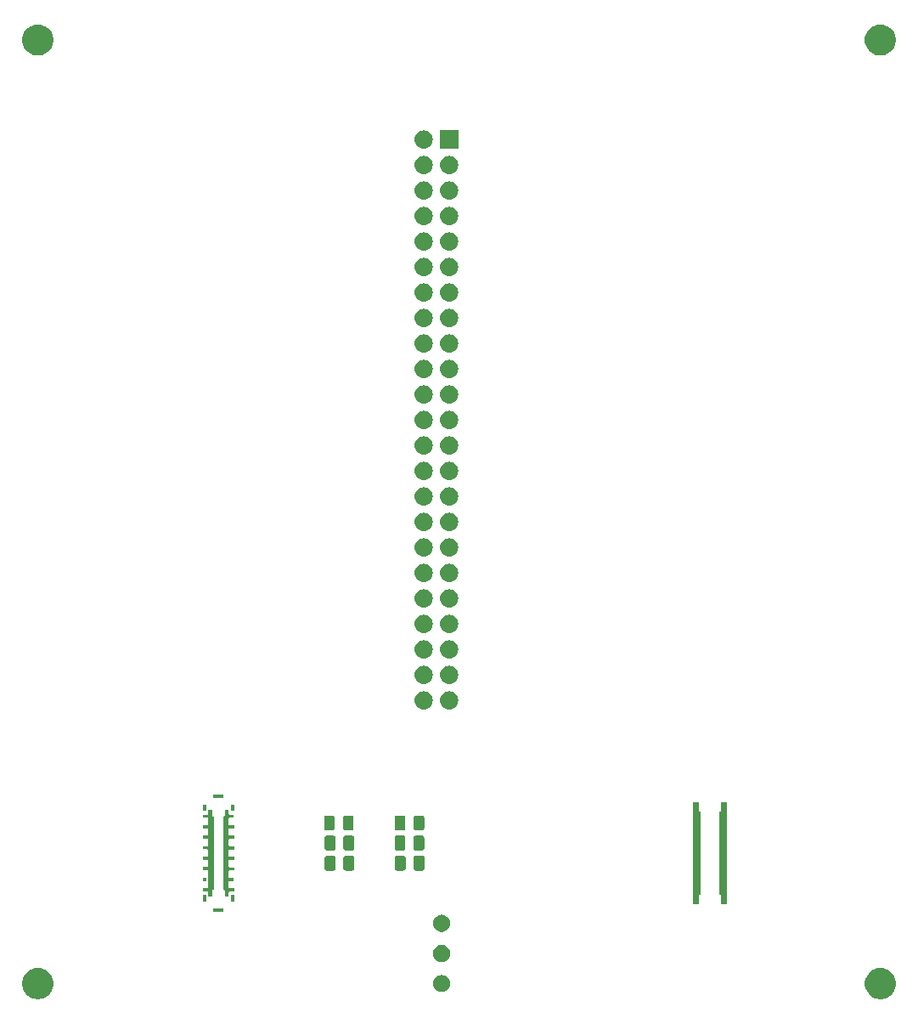
<source format=gbr>
G04 #@! TF.GenerationSoftware,KiCad,Pcbnew,(5.1.0-0)*
G04 #@! TF.CreationDate,2019-05-29T01:55:44-04:00*
G04 #@! TF.ProjectId,MacBook Pro 2016-up Data Recovery Breakout Adapter,4d616342-6f6f-46b2-9050-726f20323031,rev?*
G04 #@! TF.SameCoordinates,Original*
G04 #@! TF.FileFunction,Soldermask,Top*
G04 #@! TF.FilePolarity,Negative*
%FSLAX46Y46*%
G04 Gerber Fmt 4.6, Leading zero omitted, Abs format (unit mm)*
G04 Created by KiCad (PCBNEW (5.1.0-0)) date 2019-05-29 01:55:44*
%MOMM*%
%LPD*%
G04 APERTURE LIST*
%ADD10C,0.100000*%
G04 APERTURE END LIST*
D10*
G36*
X192302585Y-134478802D02*
G01*
X192452411Y-134508604D01*
X192734677Y-134625522D01*
X192988705Y-134795259D01*
X193204741Y-135011295D01*
X193374478Y-135265323D01*
X193491396Y-135547589D01*
X193551000Y-135847241D01*
X193551000Y-136152759D01*
X193491396Y-136452411D01*
X193374478Y-136734677D01*
X193204741Y-136988705D01*
X192988705Y-137204741D01*
X192734677Y-137374478D01*
X192452411Y-137491396D01*
X192302585Y-137521198D01*
X192152760Y-137551000D01*
X191847240Y-137551000D01*
X191697415Y-137521198D01*
X191547589Y-137491396D01*
X191265323Y-137374478D01*
X191011295Y-137204741D01*
X190795259Y-136988705D01*
X190625522Y-136734677D01*
X190508604Y-136452411D01*
X190449000Y-136152759D01*
X190449000Y-135847241D01*
X190508604Y-135547589D01*
X190625522Y-135265323D01*
X190795259Y-135011295D01*
X191011295Y-134795259D01*
X191265323Y-134625522D01*
X191547589Y-134508604D01*
X191697415Y-134478802D01*
X191847240Y-134449000D01*
X192152760Y-134449000D01*
X192302585Y-134478802D01*
X192302585Y-134478802D01*
G37*
G36*
X108302585Y-134478802D02*
G01*
X108452411Y-134508604D01*
X108734677Y-134625522D01*
X108988705Y-134795259D01*
X109204741Y-135011295D01*
X109374478Y-135265323D01*
X109491396Y-135547589D01*
X109551000Y-135847241D01*
X109551000Y-136152759D01*
X109491396Y-136452411D01*
X109374478Y-136734677D01*
X109204741Y-136988705D01*
X108988705Y-137204741D01*
X108734677Y-137374478D01*
X108452411Y-137491396D01*
X108302585Y-137521198D01*
X108152760Y-137551000D01*
X107847240Y-137551000D01*
X107697415Y-137521198D01*
X107547589Y-137491396D01*
X107265323Y-137374478D01*
X107011295Y-137204741D01*
X106795259Y-136988705D01*
X106625522Y-136734677D01*
X106508604Y-136452411D01*
X106449000Y-136152759D01*
X106449000Y-135847241D01*
X106508604Y-135547589D01*
X106625522Y-135265323D01*
X106795259Y-135011295D01*
X107011295Y-134795259D01*
X107265323Y-134625522D01*
X107547589Y-134508604D01*
X107697415Y-134478802D01*
X107847240Y-134449000D01*
X108152760Y-134449000D01*
X108302585Y-134478802D01*
X108302585Y-134478802D01*
G37*
G36*
X148416022Y-135165351D02*
G01*
X148498228Y-135181703D01*
X148653100Y-135245853D01*
X148653102Y-135245854D01*
X148792481Y-135338984D01*
X148911016Y-135457519D01*
X149004146Y-135596898D01*
X149068297Y-135751773D01*
X149101000Y-135916183D01*
X149101000Y-136083817D01*
X149068297Y-136248227D01*
X149004146Y-136403102D01*
X148911016Y-136542481D01*
X148792481Y-136661016D01*
X148653102Y-136754146D01*
X148653101Y-136754147D01*
X148653100Y-136754147D01*
X148498228Y-136818297D01*
X148416022Y-136834648D01*
X148333817Y-136851000D01*
X148166183Y-136851000D01*
X148083978Y-136834648D01*
X148001772Y-136818297D01*
X147846900Y-136754147D01*
X147846899Y-136754147D01*
X147846898Y-136754146D01*
X147707519Y-136661016D01*
X147588984Y-136542481D01*
X147495854Y-136403102D01*
X147431703Y-136248227D01*
X147399000Y-136083817D01*
X147399000Y-135916183D01*
X147431703Y-135751773D01*
X147495854Y-135596898D01*
X147588984Y-135457519D01*
X147707519Y-135338984D01*
X147846898Y-135245854D01*
X147846900Y-135245853D01*
X148001772Y-135181703D01*
X148083978Y-135165351D01*
X148166183Y-135149000D01*
X148333817Y-135149000D01*
X148416022Y-135165351D01*
X148416022Y-135165351D01*
G37*
G36*
X148416022Y-132165351D02*
G01*
X148498228Y-132181703D01*
X148653100Y-132245853D01*
X148653102Y-132245854D01*
X148792481Y-132338984D01*
X148911016Y-132457519D01*
X149004146Y-132596898D01*
X149068297Y-132751773D01*
X149101000Y-132916183D01*
X149101000Y-133083817D01*
X149068297Y-133248227D01*
X149004146Y-133403102D01*
X148911016Y-133542481D01*
X148792481Y-133661016D01*
X148653102Y-133754146D01*
X148653101Y-133754147D01*
X148653100Y-133754147D01*
X148498228Y-133818297D01*
X148416022Y-133834649D01*
X148333817Y-133851000D01*
X148166183Y-133851000D01*
X148083978Y-133834649D01*
X148001772Y-133818297D01*
X147846900Y-133754147D01*
X147846899Y-133754147D01*
X147846898Y-133754146D01*
X147707519Y-133661016D01*
X147588984Y-133542481D01*
X147495854Y-133403102D01*
X147431703Y-133248227D01*
X147399000Y-133083817D01*
X147399000Y-132916183D01*
X147431703Y-132751773D01*
X147495854Y-132596898D01*
X147588984Y-132457519D01*
X147707519Y-132338984D01*
X147846898Y-132245854D01*
X147846900Y-132245853D01*
X148001772Y-132181703D01*
X148083978Y-132165351D01*
X148166183Y-132149000D01*
X148333817Y-132149000D01*
X148416022Y-132165351D01*
X148416022Y-132165351D01*
G37*
G36*
X148416022Y-129165351D02*
G01*
X148498228Y-129181703D01*
X148653100Y-129245853D01*
X148653102Y-129245854D01*
X148792481Y-129338984D01*
X148911016Y-129457519D01*
X149004146Y-129596898D01*
X149068297Y-129751773D01*
X149101000Y-129916183D01*
X149101000Y-130083817D01*
X149068297Y-130248227D01*
X149004146Y-130403102D01*
X148911016Y-130542481D01*
X148792481Y-130661016D01*
X148653102Y-130754146D01*
X148653101Y-130754147D01*
X148653100Y-130754147D01*
X148498228Y-130818297D01*
X148416022Y-130834649D01*
X148333817Y-130851000D01*
X148166183Y-130851000D01*
X148083978Y-130834649D01*
X148001772Y-130818297D01*
X147846900Y-130754147D01*
X147846899Y-130754147D01*
X147846898Y-130754146D01*
X147707519Y-130661016D01*
X147588984Y-130542481D01*
X147495854Y-130403102D01*
X147431703Y-130248227D01*
X147399000Y-130083817D01*
X147399000Y-129916183D01*
X147431703Y-129751773D01*
X147495854Y-129596898D01*
X147588984Y-129457519D01*
X147707519Y-129338984D01*
X147846898Y-129245854D01*
X147846900Y-129245853D01*
X148001772Y-129181703D01*
X148083978Y-129165351D01*
X148166183Y-129149000D01*
X148333817Y-129149000D01*
X148416022Y-129165351D01*
X148416022Y-129165351D01*
G37*
G36*
X126501000Y-128856000D02*
G01*
X125499000Y-128856000D01*
X125499000Y-128524000D01*
X126501000Y-128524000D01*
X126501000Y-128856000D01*
X126501000Y-128856000D01*
G37*
G36*
X176696000Y-128066000D02*
G01*
X176104000Y-128066000D01*
X176104000Y-127235999D01*
X176102559Y-127221367D01*
X176098291Y-127207298D01*
X176091360Y-127194332D01*
X176082033Y-127182967D01*
X176070668Y-127173640D01*
X176057702Y-127166709D01*
X176043633Y-127162441D01*
X176029001Y-127161000D01*
X175904000Y-127161000D01*
X175904000Y-118839000D01*
X176029001Y-118839000D01*
X176043633Y-118837559D01*
X176057702Y-118833291D01*
X176070668Y-118826360D01*
X176082033Y-118817033D01*
X176091360Y-118805668D01*
X176098291Y-118792702D01*
X176102559Y-118778633D01*
X176104000Y-118764001D01*
X176104000Y-117934000D01*
X176696000Y-117934000D01*
X176696000Y-128066000D01*
X176696000Y-128066000D01*
G37*
G36*
X173896000Y-118764001D02*
G01*
X173897441Y-118778633D01*
X173901709Y-118792702D01*
X173908640Y-118805668D01*
X173917967Y-118817033D01*
X173929332Y-118826360D01*
X173942298Y-118833291D01*
X173956367Y-118837559D01*
X173970999Y-118839000D01*
X174096000Y-118839000D01*
X174096000Y-127161000D01*
X173970999Y-127161000D01*
X173956367Y-127162441D01*
X173942298Y-127166709D01*
X173929332Y-127173640D01*
X173917967Y-127182967D01*
X173908640Y-127194332D01*
X173901709Y-127207298D01*
X173897441Y-127221367D01*
X173896000Y-127235999D01*
X173896000Y-128066000D01*
X173304000Y-128066000D01*
X173304000Y-117934000D01*
X173896000Y-117934000D01*
X173896000Y-118764001D01*
X173896000Y-118764001D01*
G37*
G36*
X127556000Y-127801000D02*
G01*
X127224000Y-127801000D01*
X127224000Y-127199000D01*
X127556000Y-127199000D01*
X127556000Y-127801000D01*
X127556000Y-127801000D01*
G37*
G36*
X124776000Y-127801000D02*
G01*
X124444000Y-127801000D01*
X124444000Y-127199000D01*
X124776000Y-127199000D01*
X124776000Y-127801000D01*
X124776000Y-127801000D01*
G37*
G36*
X127026000Y-119089001D02*
G01*
X127027441Y-119103633D01*
X127031709Y-119117702D01*
X127038640Y-119130668D01*
X127047967Y-119142033D01*
X127059332Y-119151360D01*
X127072298Y-119158291D01*
X127086367Y-119162559D01*
X127100999Y-119164000D01*
X127541000Y-119164000D01*
X127541000Y-119486000D01*
X127100999Y-119486000D01*
X127086367Y-119487441D01*
X127072298Y-119491709D01*
X127059332Y-119498640D01*
X127047967Y-119507967D01*
X127038640Y-119519332D01*
X127031709Y-119532298D01*
X127027441Y-119546367D01*
X127026000Y-119560999D01*
X127026000Y-120139001D01*
X127027441Y-120153633D01*
X127031709Y-120167702D01*
X127038640Y-120180668D01*
X127047967Y-120192033D01*
X127059332Y-120201360D01*
X127072298Y-120208291D01*
X127086367Y-120212559D01*
X127100999Y-120214000D01*
X127551000Y-120214000D01*
X127551000Y-120536000D01*
X127100999Y-120536000D01*
X127086367Y-120537441D01*
X127072298Y-120541709D01*
X127059332Y-120548640D01*
X127047967Y-120557967D01*
X127038640Y-120569332D01*
X127031709Y-120582298D01*
X127027441Y-120596367D01*
X127026000Y-120610999D01*
X127026000Y-121189001D01*
X127027441Y-121203633D01*
X127031709Y-121217702D01*
X127038640Y-121230668D01*
X127047967Y-121242033D01*
X127059332Y-121251360D01*
X127072298Y-121258291D01*
X127086367Y-121262559D01*
X127100999Y-121264000D01*
X127551000Y-121264000D01*
X127551000Y-121586000D01*
X127100999Y-121586000D01*
X127086367Y-121587441D01*
X127072298Y-121591709D01*
X127059332Y-121598640D01*
X127047967Y-121607967D01*
X127038640Y-121619332D01*
X127031709Y-121632298D01*
X127027441Y-121646367D01*
X127026000Y-121660999D01*
X127026000Y-122239001D01*
X127027441Y-122253633D01*
X127031709Y-122267702D01*
X127038640Y-122280668D01*
X127047967Y-122292033D01*
X127059332Y-122301360D01*
X127072298Y-122308291D01*
X127086367Y-122312559D01*
X127100999Y-122314000D01*
X127551000Y-122314000D01*
X127551000Y-122636000D01*
X127100999Y-122636000D01*
X127086367Y-122637441D01*
X127072298Y-122641709D01*
X127059332Y-122648640D01*
X127047967Y-122657967D01*
X127038640Y-122669332D01*
X127031709Y-122682298D01*
X127027441Y-122696367D01*
X127026000Y-122710999D01*
X127026000Y-123289001D01*
X127027441Y-123303633D01*
X127031709Y-123317702D01*
X127038640Y-123330668D01*
X127047967Y-123342033D01*
X127059332Y-123351360D01*
X127072298Y-123358291D01*
X127086367Y-123362559D01*
X127100999Y-123364000D01*
X127551000Y-123364000D01*
X127551000Y-123686000D01*
X127100999Y-123686000D01*
X127086367Y-123687441D01*
X127072298Y-123691709D01*
X127059332Y-123698640D01*
X127047967Y-123707967D01*
X127038640Y-123719332D01*
X127031709Y-123732298D01*
X127027441Y-123746367D01*
X127026000Y-123760999D01*
X127026000Y-124339001D01*
X127027441Y-124353633D01*
X127031709Y-124367702D01*
X127038640Y-124380668D01*
X127047967Y-124392033D01*
X127059332Y-124401360D01*
X127072298Y-124408291D01*
X127086367Y-124412559D01*
X127100999Y-124414000D01*
X127551000Y-124414000D01*
X127551000Y-124736000D01*
X127100999Y-124736000D01*
X127086367Y-124737441D01*
X127072298Y-124741709D01*
X127059332Y-124748640D01*
X127047967Y-124757967D01*
X127038640Y-124769332D01*
X127031709Y-124782298D01*
X127027441Y-124796367D01*
X127026000Y-124810999D01*
X127026000Y-125389001D01*
X127027441Y-125403633D01*
X127031709Y-125417702D01*
X127038640Y-125430668D01*
X127047967Y-125442033D01*
X127059332Y-125451360D01*
X127072298Y-125458291D01*
X127086367Y-125462559D01*
X127100999Y-125464000D01*
X127541000Y-125464000D01*
X127541000Y-125786000D01*
X127100999Y-125786000D01*
X127086367Y-125787441D01*
X127072298Y-125791709D01*
X127059332Y-125798640D01*
X127047967Y-125807967D01*
X127038640Y-125819332D01*
X127031709Y-125832298D01*
X127027441Y-125846367D01*
X127026000Y-125860999D01*
X127026000Y-126439001D01*
X127027441Y-126453633D01*
X127031709Y-126467702D01*
X127038640Y-126480668D01*
X127047967Y-126492033D01*
X127059332Y-126501360D01*
X127072298Y-126508291D01*
X127086367Y-126512559D01*
X127100999Y-126514000D01*
X127551000Y-126514000D01*
X127551000Y-126836000D01*
X127100999Y-126836000D01*
X127086367Y-126837441D01*
X127072298Y-126841709D01*
X127059332Y-126848640D01*
X127047967Y-126857967D01*
X127038640Y-126869332D01*
X127031709Y-126882298D01*
X127027441Y-126896367D01*
X127026000Y-126910999D01*
X127026000Y-127301000D01*
X126624000Y-127301000D01*
X126624000Y-126725999D01*
X126622559Y-126711367D01*
X126618291Y-126697298D01*
X126611360Y-126684332D01*
X126602033Y-126672967D01*
X126590668Y-126663640D01*
X126577702Y-126656709D01*
X126563633Y-126652441D01*
X126549001Y-126651000D01*
X126474000Y-126651000D01*
X126474000Y-119349000D01*
X126549001Y-119349000D01*
X126563633Y-119347559D01*
X126577702Y-119343291D01*
X126590668Y-119336360D01*
X126602033Y-119327033D01*
X126611360Y-119315668D01*
X126618291Y-119302702D01*
X126622559Y-119288633D01*
X126624000Y-119274001D01*
X126624000Y-118699000D01*
X127026000Y-118699000D01*
X127026000Y-119089001D01*
X127026000Y-119089001D01*
G37*
G36*
X125376000Y-119274001D02*
G01*
X125377441Y-119288633D01*
X125381709Y-119302702D01*
X125388640Y-119315668D01*
X125397967Y-119327033D01*
X125409332Y-119336360D01*
X125422298Y-119343291D01*
X125436367Y-119347559D01*
X125450999Y-119349000D01*
X125526000Y-119349000D01*
X125526000Y-126651000D01*
X125450999Y-126651000D01*
X125436367Y-126652441D01*
X125422298Y-126656709D01*
X125409332Y-126663640D01*
X125397967Y-126672967D01*
X125388640Y-126684332D01*
X125381709Y-126697298D01*
X125377441Y-126711367D01*
X125376000Y-126725999D01*
X125376000Y-127301000D01*
X124974000Y-127301000D01*
X124974000Y-126905999D01*
X124972559Y-126891367D01*
X124968291Y-126877298D01*
X124961360Y-126864332D01*
X124952033Y-126852967D01*
X124940668Y-126843640D01*
X124927702Y-126836709D01*
X124913633Y-126832441D01*
X124899001Y-126831000D01*
X124444000Y-126831000D01*
X124444000Y-126509000D01*
X124899001Y-126509000D01*
X124913633Y-126507559D01*
X124927702Y-126503291D01*
X124940668Y-126496360D01*
X124952033Y-126487033D01*
X124961360Y-126475668D01*
X124968291Y-126462702D01*
X124972559Y-126448633D01*
X124974000Y-126434001D01*
X124974000Y-124805999D01*
X124972559Y-124791367D01*
X124968291Y-124777298D01*
X124961360Y-124764332D01*
X124952033Y-124752967D01*
X124940668Y-124743640D01*
X124927702Y-124736709D01*
X124913633Y-124732441D01*
X124899001Y-124731000D01*
X124444000Y-124731000D01*
X124444000Y-124409000D01*
X124899001Y-124409000D01*
X124913633Y-124407559D01*
X124927702Y-124403291D01*
X124940668Y-124396360D01*
X124952033Y-124387033D01*
X124961360Y-124375668D01*
X124968291Y-124362702D01*
X124972559Y-124348633D01*
X124974000Y-124334001D01*
X124974000Y-123755999D01*
X124972559Y-123741367D01*
X124968291Y-123727298D01*
X124961360Y-123714332D01*
X124952033Y-123702967D01*
X124940668Y-123693640D01*
X124927702Y-123686709D01*
X124913633Y-123682441D01*
X124899001Y-123681000D01*
X124444000Y-123681000D01*
X124444000Y-123359000D01*
X124899001Y-123359000D01*
X124913633Y-123357559D01*
X124927702Y-123353291D01*
X124940668Y-123346360D01*
X124952033Y-123337033D01*
X124961360Y-123325668D01*
X124968291Y-123312702D01*
X124972559Y-123298633D01*
X124974000Y-123284001D01*
X124974000Y-122705999D01*
X124972559Y-122691367D01*
X124968291Y-122677298D01*
X124961360Y-122664332D01*
X124952033Y-122652967D01*
X124940668Y-122643640D01*
X124927702Y-122636709D01*
X124913633Y-122632441D01*
X124899001Y-122631000D01*
X124444000Y-122631000D01*
X124444000Y-122309000D01*
X124899001Y-122309000D01*
X124913633Y-122307559D01*
X124927702Y-122303291D01*
X124940668Y-122296360D01*
X124952033Y-122287033D01*
X124961360Y-122275668D01*
X124968291Y-122262702D01*
X124972559Y-122248633D01*
X124974000Y-122234001D01*
X124974000Y-121655999D01*
X124972559Y-121641367D01*
X124968291Y-121627298D01*
X124961360Y-121614332D01*
X124952033Y-121602967D01*
X124940668Y-121593640D01*
X124927702Y-121586709D01*
X124913633Y-121582441D01*
X124899001Y-121581000D01*
X124444000Y-121581000D01*
X124444000Y-121259000D01*
X124899001Y-121259000D01*
X124913633Y-121257559D01*
X124927702Y-121253291D01*
X124940668Y-121246360D01*
X124952033Y-121237033D01*
X124961360Y-121225668D01*
X124968291Y-121212702D01*
X124972559Y-121198633D01*
X124974000Y-121184001D01*
X124974000Y-120605999D01*
X124972559Y-120591367D01*
X124968291Y-120577298D01*
X124961360Y-120564332D01*
X124952033Y-120552967D01*
X124940668Y-120543640D01*
X124927702Y-120536709D01*
X124913633Y-120532441D01*
X124899001Y-120531000D01*
X124444000Y-120531000D01*
X124444000Y-120209000D01*
X124899001Y-120209000D01*
X124913633Y-120207559D01*
X124927702Y-120203291D01*
X124940668Y-120196360D01*
X124952033Y-120187033D01*
X124961360Y-120175668D01*
X124968291Y-120162702D01*
X124972559Y-120148633D01*
X124974000Y-120134001D01*
X124974000Y-119560999D01*
X124972559Y-119546367D01*
X124968291Y-119532298D01*
X124961360Y-119519332D01*
X124952033Y-119507967D01*
X124940668Y-119498640D01*
X124927702Y-119491709D01*
X124913633Y-119487441D01*
X124899001Y-119486000D01*
X124449000Y-119486000D01*
X124449000Y-119164000D01*
X124899001Y-119164000D01*
X124913633Y-119162559D01*
X124927702Y-119158291D01*
X124940668Y-119151360D01*
X124952033Y-119142033D01*
X124961360Y-119130668D01*
X124968291Y-119117702D01*
X124972559Y-119103633D01*
X124974000Y-119089001D01*
X124974000Y-118699000D01*
X125376000Y-118699000D01*
X125376000Y-119274001D01*
X125376000Y-119274001D01*
G37*
G36*
X124816000Y-125781000D02*
G01*
X124434000Y-125781000D01*
X124434000Y-125459000D01*
X124816000Y-125459000D01*
X124816000Y-125781000D01*
X124816000Y-125781000D01*
G37*
G36*
X144476395Y-123253809D02*
G01*
X144519795Y-123266975D01*
X144559802Y-123288359D01*
X144594865Y-123317135D01*
X144623641Y-123352198D01*
X144645025Y-123392205D01*
X144658191Y-123435605D01*
X144663000Y-123484436D01*
X144663000Y-124515564D01*
X144658191Y-124564395D01*
X144645025Y-124607795D01*
X144623641Y-124647802D01*
X144594865Y-124682865D01*
X144559802Y-124711641D01*
X144519795Y-124733025D01*
X144476395Y-124746191D01*
X144427564Y-124751000D01*
X143821436Y-124751000D01*
X143772605Y-124746191D01*
X143729205Y-124733025D01*
X143689198Y-124711641D01*
X143654135Y-124682865D01*
X143625359Y-124647802D01*
X143603975Y-124607795D01*
X143590809Y-124564395D01*
X143586000Y-124515564D01*
X143586000Y-123484436D01*
X143590809Y-123435605D01*
X143603975Y-123392205D01*
X143625359Y-123352198D01*
X143654135Y-123317135D01*
X143689198Y-123288359D01*
X143729205Y-123266975D01*
X143772605Y-123253809D01*
X143821436Y-123249000D01*
X144427564Y-123249000D01*
X144476395Y-123253809D01*
X144476395Y-123253809D01*
G37*
G36*
X146351395Y-123253809D02*
G01*
X146394795Y-123266975D01*
X146434802Y-123288359D01*
X146469865Y-123317135D01*
X146498641Y-123352198D01*
X146520025Y-123392205D01*
X146533191Y-123435605D01*
X146538000Y-123484436D01*
X146538000Y-124515564D01*
X146533191Y-124564395D01*
X146520025Y-124607795D01*
X146498641Y-124647802D01*
X146469865Y-124682865D01*
X146434802Y-124711641D01*
X146394795Y-124733025D01*
X146351395Y-124746191D01*
X146302564Y-124751000D01*
X145696436Y-124751000D01*
X145647605Y-124746191D01*
X145604205Y-124733025D01*
X145564198Y-124711641D01*
X145529135Y-124682865D01*
X145500359Y-124647802D01*
X145478975Y-124607795D01*
X145465809Y-124564395D01*
X145461000Y-124515564D01*
X145461000Y-123484436D01*
X145465809Y-123435605D01*
X145478975Y-123392205D01*
X145500359Y-123352198D01*
X145529135Y-123317135D01*
X145564198Y-123288359D01*
X145604205Y-123266975D01*
X145647605Y-123253809D01*
X145696436Y-123249000D01*
X146302564Y-123249000D01*
X146351395Y-123253809D01*
X146351395Y-123253809D01*
G37*
G36*
X139351395Y-123253809D02*
G01*
X139394795Y-123266975D01*
X139434802Y-123288359D01*
X139469865Y-123317135D01*
X139498641Y-123352198D01*
X139520025Y-123392205D01*
X139533191Y-123435605D01*
X139538000Y-123484436D01*
X139538000Y-124515564D01*
X139533191Y-124564395D01*
X139520025Y-124607795D01*
X139498641Y-124647802D01*
X139469865Y-124682865D01*
X139434802Y-124711641D01*
X139394795Y-124733025D01*
X139351395Y-124746191D01*
X139302564Y-124751000D01*
X138696436Y-124751000D01*
X138647605Y-124746191D01*
X138604205Y-124733025D01*
X138564198Y-124711641D01*
X138529135Y-124682865D01*
X138500359Y-124647802D01*
X138478975Y-124607795D01*
X138465809Y-124564395D01*
X138461000Y-124515564D01*
X138461000Y-123484436D01*
X138465809Y-123435605D01*
X138478975Y-123392205D01*
X138500359Y-123352198D01*
X138529135Y-123317135D01*
X138564198Y-123288359D01*
X138604205Y-123266975D01*
X138647605Y-123253809D01*
X138696436Y-123249000D01*
X139302564Y-123249000D01*
X139351395Y-123253809D01*
X139351395Y-123253809D01*
G37*
G36*
X137476395Y-123253809D02*
G01*
X137519795Y-123266975D01*
X137559802Y-123288359D01*
X137594865Y-123317135D01*
X137623641Y-123352198D01*
X137645025Y-123392205D01*
X137658191Y-123435605D01*
X137663000Y-123484436D01*
X137663000Y-124515564D01*
X137658191Y-124564395D01*
X137645025Y-124607795D01*
X137623641Y-124647802D01*
X137594865Y-124682865D01*
X137559802Y-124711641D01*
X137519795Y-124733025D01*
X137476395Y-124746191D01*
X137427564Y-124751000D01*
X136821436Y-124751000D01*
X136772605Y-124746191D01*
X136729205Y-124733025D01*
X136689198Y-124711641D01*
X136654135Y-124682865D01*
X136625359Y-124647802D01*
X136603975Y-124607795D01*
X136590809Y-124564395D01*
X136586000Y-124515564D01*
X136586000Y-123484436D01*
X136590809Y-123435605D01*
X136603975Y-123392205D01*
X136625359Y-123352198D01*
X136654135Y-123317135D01*
X136689198Y-123288359D01*
X136729205Y-123266975D01*
X136772605Y-123253809D01*
X136821436Y-123249000D01*
X137427564Y-123249000D01*
X137476395Y-123253809D01*
X137476395Y-123253809D01*
G37*
G36*
X137476395Y-121253809D02*
G01*
X137519795Y-121266975D01*
X137559802Y-121288359D01*
X137594865Y-121317135D01*
X137623641Y-121352198D01*
X137645025Y-121392205D01*
X137658191Y-121435605D01*
X137663000Y-121484436D01*
X137663000Y-122515564D01*
X137658191Y-122564395D01*
X137645025Y-122607795D01*
X137623641Y-122647802D01*
X137594865Y-122682865D01*
X137559802Y-122711641D01*
X137519795Y-122733025D01*
X137476395Y-122746191D01*
X137427564Y-122751000D01*
X136821436Y-122751000D01*
X136772605Y-122746191D01*
X136729205Y-122733025D01*
X136689198Y-122711641D01*
X136654135Y-122682865D01*
X136625359Y-122647802D01*
X136603975Y-122607795D01*
X136590809Y-122564395D01*
X136586000Y-122515564D01*
X136586000Y-121484436D01*
X136590809Y-121435605D01*
X136603975Y-121392205D01*
X136625359Y-121352198D01*
X136654135Y-121317135D01*
X136689198Y-121288359D01*
X136729205Y-121266975D01*
X136772605Y-121253809D01*
X136821436Y-121249000D01*
X137427564Y-121249000D01*
X137476395Y-121253809D01*
X137476395Y-121253809D01*
G37*
G36*
X139351395Y-121253809D02*
G01*
X139394795Y-121266975D01*
X139434802Y-121288359D01*
X139469865Y-121317135D01*
X139498641Y-121352198D01*
X139520025Y-121392205D01*
X139533191Y-121435605D01*
X139538000Y-121484436D01*
X139538000Y-122515564D01*
X139533191Y-122564395D01*
X139520025Y-122607795D01*
X139498641Y-122647802D01*
X139469865Y-122682865D01*
X139434802Y-122711641D01*
X139394795Y-122733025D01*
X139351395Y-122746191D01*
X139302564Y-122751000D01*
X138696436Y-122751000D01*
X138647605Y-122746191D01*
X138604205Y-122733025D01*
X138564198Y-122711641D01*
X138529135Y-122682865D01*
X138500359Y-122647802D01*
X138478975Y-122607795D01*
X138465809Y-122564395D01*
X138461000Y-122515564D01*
X138461000Y-121484436D01*
X138465809Y-121435605D01*
X138478975Y-121392205D01*
X138500359Y-121352198D01*
X138529135Y-121317135D01*
X138564198Y-121288359D01*
X138604205Y-121266975D01*
X138647605Y-121253809D01*
X138696436Y-121249000D01*
X139302564Y-121249000D01*
X139351395Y-121253809D01*
X139351395Y-121253809D01*
G37*
G36*
X144452395Y-121253809D02*
G01*
X144495795Y-121266975D01*
X144535802Y-121288359D01*
X144570865Y-121317135D01*
X144599641Y-121352198D01*
X144621025Y-121392205D01*
X144634191Y-121435605D01*
X144639000Y-121484436D01*
X144639000Y-122515564D01*
X144634191Y-122564395D01*
X144621025Y-122607795D01*
X144599641Y-122647802D01*
X144570865Y-122682865D01*
X144535802Y-122711641D01*
X144495795Y-122733025D01*
X144452395Y-122746191D01*
X144403564Y-122751000D01*
X143797436Y-122751000D01*
X143748605Y-122746191D01*
X143705205Y-122733025D01*
X143665198Y-122711641D01*
X143630135Y-122682865D01*
X143601359Y-122647802D01*
X143579975Y-122607795D01*
X143566809Y-122564395D01*
X143562000Y-122515564D01*
X143562000Y-121484436D01*
X143566809Y-121435605D01*
X143579975Y-121392205D01*
X143601359Y-121352198D01*
X143630135Y-121317135D01*
X143665198Y-121288359D01*
X143705205Y-121266975D01*
X143748605Y-121253809D01*
X143797436Y-121249000D01*
X144403564Y-121249000D01*
X144452395Y-121253809D01*
X144452395Y-121253809D01*
G37*
G36*
X146327395Y-121253809D02*
G01*
X146370795Y-121266975D01*
X146410802Y-121288359D01*
X146445865Y-121317135D01*
X146474641Y-121352198D01*
X146496025Y-121392205D01*
X146509191Y-121435605D01*
X146514000Y-121484436D01*
X146514000Y-122515564D01*
X146509191Y-122564395D01*
X146496025Y-122607795D01*
X146474641Y-122647802D01*
X146445865Y-122682865D01*
X146410802Y-122711641D01*
X146370795Y-122733025D01*
X146327395Y-122746191D01*
X146278564Y-122751000D01*
X145672436Y-122751000D01*
X145623605Y-122746191D01*
X145580205Y-122733025D01*
X145540198Y-122711641D01*
X145505135Y-122682865D01*
X145476359Y-122647802D01*
X145454975Y-122607795D01*
X145441809Y-122564395D01*
X145437000Y-122515564D01*
X145437000Y-121484436D01*
X145441809Y-121435605D01*
X145454975Y-121392205D01*
X145476359Y-121352198D01*
X145505135Y-121317135D01*
X145540198Y-121288359D01*
X145580205Y-121266975D01*
X145623605Y-121253809D01*
X145672436Y-121249000D01*
X146278564Y-121249000D01*
X146327395Y-121253809D01*
X146327395Y-121253809D01*
G37*
G36*
X144452395Y-119253809D02*
G01*
X144495795Y-119266975D01*
X144535802Y-119288359D01*
X144570865Y-119317135D01*
X144599641Y-119352198D01*
X144621025Y-119392205D01*
X144634191Y-119435605D01*
X144639000Y-119484436D01*
X144639000Y-120515564D01*
X144634191Y-120564395D01*
X144621025Y-120607795D01*
X144599641Y-120647802D01*
X144570865Y-120682865D01*
X144535802Y-120711641D01*
X144495795Y-120733025D01*
X144452395Y-120746191D01*
X144403564Y-120751000D01*
X143797436Y-120751000D01*
X143748605Y-120746191D01*
X143705205Y-120733025D01*
X143665198Y-120711641D01*
X143630135Y-120682865D01*
X143601359Y-120647802D01*
X143579975Y-120607795D01*
X143566809Y-120564395D01*
X143562000Y-120515564D01*
X143562000Y-119484436D01*
X143566809Y-119435605D01*
X143579975Y-119392205D01*
X143601359Y-119352198D01*
X143630135Y-119317135D01*
X143665198Y-119288359D01*
X143705205Y-119266975D01*
X143748605Y-119253809D01*
X143797436Y-119249000D01*
X144403564Y-119249000D01*
X144452395Y-119253809D01*
X144452395Y-119253809D01*
G37*
G36*
X139289395Y-119253809D02*
G01*
X139332795Y-119266975D01*
X139372802Y-119288359D01*
X139407865Y-119317135D01*
X139436641Y-119352198D01*
X139458025Y-119392205D01*
X139471191Y-119435605D01*
X139476000Y-119484436D01*
X139476000Y-120515564D01*
X139471191Y-120564395D01*
X139458025Y-120607795D01*
X139436641Y-120647802D01*
X139407865Y-120682865D01*
X139372802Y-120711641D01*
X139332795Y-120733025D01*
X139289395Y-120746191D01*
X139240564Y-120751000D01*
X138634436Y-120751000D01*
X138585605Y-120746191D01*
X138542205Y-120733025D01*
X138502198Y-120711641D01*
X138467135Y-120682865D01*
X138438359Y-120647802D01*
X138416975Y-120607795D01*
X138403809Y-120564395D01*
X138399000Y-120515564D01*
X138399000Y-119484436D01*
X138403809Y-119435605D01*
X138416975Y-119392205D01*
X138438359Y-119352198D01*
X138467135Y-119317135D01*
X138502198Y-119288359D01*
X138542205Y-119266975D01*
X138585605Y-119253809D01*
X138634436Y-119249000D01*
X139240564Y-119249000D01*
X139289395Y-119253809D01*
X139289395Y-119253809D01*
G37*
G36*
X137414395Y-119253809D02*
G01*
X137457795Y-119266975D01*
X137497802Y-119288359D01*
X137532865Y-119317135D01*
X137561641Y-119352198D01*
X137583025Y-119392205D01*
X137596191Y-119435605D01*
X137601000Y-119484436D01*
X137601000Y-120515564D01*
X137596191Y-120564395D01*
X137583025Y-120607795D01*
X137561641Y-120647802D01*
X137532865Y-120682865D01*
X137497802Y-120711641D01*
X137457795Y-120733025D01*
X137414395Y-120746191D01*
X137365564Y-120751000D01*
X136759436Y-120751000D01*
X136710605Y-120746191D01*
X136667205Y-120733025D01*
X136627198Y-120711641D01*
X136592135Y-120682865D01*
X136563359Y-120647802D01*
X136541975Y-120607795D01*
X136528809Y-120564395D01*
X136524000Y-120515564D01*
X136524000Y-119484436D01*
X136528809Y-119435605D01*
X136541975Y-119392205D01*
X136563359Y-119352198D01*
X136592135Y-119317135D01*
X136627198Y-119288359D01*
X136667205Y-119266975D01*
X136710605Y-119253809D01*
X136759436Y-119249000D01*
X137365564Y-119249000D01*
X137414395Y-119253809D01*
X137414395Y-119253809D01*
G37*
G36*
X146327395Y-119253809D02*
G01*
X146370795Y-119266975D01*
X146410802Y-119288359D01*
X146445865Y-119317135D01*
X146474641Y-119352198D01*
X146496025Y-119392205D01*
X146509191Y-119435605D01*
X146514000Y-119484436D01*
X146514000Y-120515564D01*
X146509191Y-120564395D01*
X146496025Y-120607795D01*
X146474641Y-120647802D01*
X146445865Y-120682865D01*
X146410802Y-120711641D01*
X146370795Y-120733025D01*
X146327395Y-120746191D01*
X146278564Y-120751000D01*
X145672436Y-120751000D01*
X145623605Y-120746191D01*
X145580205Y-120733025D01*
X145540198Y-120711641D01*
X145505135Y-120682865D01*
X145476359Y-120647802D01*
X145454975Y-120607795D01*
X145441809Y-120564395D01*
X145437000Y-120515564D01*
X145437000Y-119484436D01*
X145441809Y-119435605D01*
X145454975Y-119392205D01*
X145476359Y-119352198D01*
X145505135Y-119317135D01*
X145540198Y-119288359D01*
X145580205Y-119266975D01*
X145623605Y-119253809D01*
X145672436Y-119249000D01*
X146278564Y-119249000D01*
X146327395Y-119253809D01*
X146327395Y-119253809D01*
G37*
G36*
X127546000Y-118801000D02*
G01*
X127214000Y-118801000D01*
X127214000Y-118199000D01*
X127546000Y-118199000D01*
X127546000Y-118801000D01*
X127546000Y-118801000D01*
G37*
G36*
X124776000Y-118801000D02*
G01*
X124444000Y-118801000D01*
X124444000Y-118199000D01*
X124776000Y-118199000D01*
X124776000Y-118801000D01*
X124776000Y-118801000D01*
G37*
G36*
X126501000Y-117476000D02*
G01*
X125499000Y-117476000D01*
X125499000Y-117144000D01*
X126501000Y-117144000D01*
X126501000Y-117476000D01*
X126501000Y-117476000D01*
G37*
G36*
X146636627Y-106892037D02*
G01*
X146806466Y-106943557D01*
X146806469Y-106943559D01*
X146806470Y-106943559D01*
X146962988Y-107027220D01*
X146962989Y-107027221D01*
X146962991Y-107027222D01*
X147100185Y-107139815D01*
X147212778Y-107277009D01*
X147296443Y-107433534D01*
X147347963Y-107603373D01*
X147365359Y-107780000D01*
X147347963Y-107956627D01*
X147296443Y-108126466D01*
X147212778Y-108282991D01*
X147100185Y-108420185D01*
X146962991Y-108532778D01*
X146962989Y-108532779D01*
X146962988Y-108532780D01*
X146806470Y-108616441D01*
X146806466Y-108616443D01*
X146636627Y-108667963D01*
X146504258Y-108681000D01*
X146415742Y-108681000D01*
X146283373Y-108667963D01*
X146113534Y-108616443D01*
X146113530Y-108616441D01*
X145957012Y-108532780D01*
X145957011Y-108532779D01*
X145957009Y-108532778D01*
X145819815Y-108420185D01*
X145707222Y-108282991D01*
X145623557Y-108126466D01*
X145572037Y-107956627D01*
X145554641Y-107780000D01*
X145572037Y-107603373D01*
X145623557Y-107433534D01*
X145707222Y-107277009D01*
X145819815Y-107139815D01*
X145957009Y-107027222D01*
X145957011Y-107027221D01*
X145957012Y-107027220D01*
X146113530Y-106943559D01*
X146113531Y-106943559D01*
X146113534Y-106943557D01*
X146283373Y-106892037D01*
X146415742Y-106879000D01*
X146504258Y-106879000D01*
X146636627Y-106892037D01*
X146636627Y-106892037D01*
G37*
G36*
X149176627Y-106892037D02*
G01*
X149346466Y-106943557D01*
X149346469Y-106943559D01*
X149346470Y-106943559D01*
X149502988Y-107027220D01*
X149502989Y-107027221D01*
X149502991Y-107027222D01*
X149640185Y-107139815D01*
X149752778Y-107277009D01*
X149836443Y-107433534D01*
X149887963Y-107603373D01*
X149905359Y-107780000D01*
X149887963Y-107956627D01*
X149836443Y-108126466D01*
X149752778Y-108282991D01*
X149640185Y-108420185D01*
X149502991Y-108532778D01*
X149502989Y-108532779D01*
X149502988Y-108532780D01*
X149346470Y-108616441D01*
X149346466Y-108616443D01*
X149176627Y-108667963D01*
X149044258Y-108681000D01*
X148955742Y-108681000D01*
X148823373Y-108667963D01*
X148653534Y-108616443D01*
X148653530Y-108616441D01*
X148497012Y-108532780D01*
X148497011Y-108532779D01*
X148497009Y-108532778D01*
X148359815Y-108420185D01*
X148247222Y-108282991D01*
X148163557Y-108126466D01*
X148112037Y-107956627D01*
X148094641Y-107780000D01*
X148112037Y-107603373D01*
X148163557Y-107433534D01*
X148247222Y-107277009D01*
X148359815Y-107139815D01*
X148497009Y-107027222D01*
X148497011Y-107027221D01*
X148497012Y-107027220D01*
X148653530Y-106943559D01*
X148653531Y-106943559D01*
X148653534Y-106943557D01*
X148823373Y-106892037D01*
X148955742Y-106879000D01*
X149044258Y-106879000D01*
X149176627Y-106892037D01*
X149176627Y-106892037D01*
G37*
G36*
X149176627Y-104352037D02*
G01*
X149346466Y-104403557D01*
X149346469Y-104403559D01*
X149346470Y-104403559D01*
X149502988Y-104487220D01*
X149502989Y-104487221D01*
X149502991Y-104487222D01*
X149640185Y-104599815D01*
X149752778Y-104737009D01*
X149836443Y-104893534D01*
X149887963Y-105063373D01*
X149905359Y-105240000D01*
X149887963Y-105416627D01*
X149836443Y-105586466D01*
X149752778Y-105742991D01*
X149640185Y-105880185D01*
X149502991Y-105992778D01*
X149502989Y-105992779D01*
X149502988Y-105992780D01*
X149346470Y-106076441D01*
X149346466Y-106076443D01*
X149176627Y-106127963D01*
X149044258Y-106141000D01*
X148955742Y-106141000D01*
X148823373Y-106127963D01*
X148653534Y-106076443D01*
X148653530Y-106076441D01*
X148497012Y-105992780D01*
X148497011Y-105992779D01*
X148497009Y-105992778D01*
X148359815Y-105880185D01*
X148247222Y-105742991D01*
X148163557Y-105586466D01*
X148112037Y-105416627D01*
X148094641Y-105240000D01*
X148112037Y-105063373D01*
X148163557Y-104893534D01*
X148247222Y-104737009D01*
X148359815Y-104599815D01*
X148497009Y-104487222D01*
X148497011Y-104487221D01*
X148497012Y-104487220D01*
X148653530Y-104403559D01*
X148653531Y-104403559D01*
X148653534Y-104403557D01*
X148823373Y-104352037D01*
X148955742Y-104339000D01*
X149044258Y-104339000D01*
X149176627Y-104352037D01*
X149176627Y-104352037D01*
G37*
G36*
X146636627Y-104352037D02*
G01*
X146806466Y-104403557D01*
X146806469Y-104403559D01*
X146806470Y-104403559D01*
X146962988Y-104487220D01*
X146962989Y-104487221D01*
X146962991Y-104487222D01*
X147100185Y-104599815D01*
X147212778Y-104737009D01*
X147296443Y-104893534D01*
X147347963Y-105063373D01*
X147365359Y-105240000D01*
X147347963Y-105416627D01*
X147296443Y-105586466D01*
X147212778Y-105742991D01*
X147100185Y-105880185D01*
X146962991Y-105992778D01*
X146962989Y-105992779D01*
X146962988Y-105992780D01*
X146806470Y-106076441D01*
X146806466Y-106076443D01*
X146636627Y-106127963D01*
X146504258Y-106141000D01*
X146415742Y-106141000D01*
X146283373Y-106127963D01*
X146113534Y-106076443D01*
X146113530Y-106076441D01*
X145957012Y-105992780D01*
X145957011Y-105992779D01*
X145957009Y-105992778D01*
X145819815Y-105880185D01*
X145707222Y-105742991D01*
X145623557Y-105586466D01*
X145572037Y-105416627D01*
X145554641Y-105240000D01*
X145572037Y-105063373D01*
X145623557Y-104893534D01*
X145707222Y-104737009D01*
X145819815Y-104599815D01*
X145957009Y-104487222D01*
X145957011Y-104487221D01*
X145957012Y-104487220D01*
X146113530Y-104403559D01*
X146113531Y-104403559D01*
X146113534Y-104403557D01*
X146283373Y-104352037D01*
X146415742Y-104339000D01*
X146504258Y-104339000D01*
X146636627Y-104352037D01*
X146636627Y-104352037D01*
G37*
G36*
X149176627Y-101812037D02*
G01*
X149346466Y-101863557D01*
X149346469Y-101863559D01*
X149346470Y-101863559D01*
X149502988Y-101947220D01*
X149502989Y-101947221D01*
X149502991Y-101947222D01*
X149640185Y-102059815D01*
X149752778Y-102197009D01*
X149836443Y-102353534D01*
X149887963Y-102523373D01*
X149905359Y-102700000D01*
X149887963Y-102876627D01*
X149836443Y-103046466D01*
X149752778Y-103202991D01*
X149640185Y-103340185D01*
X149502991Y-103452778D01*
X149502989Y-103452779D01*
X149502988Y-103452780D01*
X149346470Y-103536441D01*
X149346466Y-103536443D01*
X149176627Y-103587963D01*
X149044258Y-103601000D01*
X148955742Y-103601000D01*
X148823373Y-103587963D01*
X148653534Y-103536443D01*
X148653530Y-103536441D01*
X148497012Y-103452780D01*
X148497011Y-103452779D01*
X148497009Y-103452778D01*
X148359815Y-103340185D01*
X148247222Y-103202991D01*
X148163557Y-103046466D01*
X148112037Y-102876627D01*
X148094641Y-102700000D01*
X148112037Y-102523373D01*
X148163557Y-102353534D01*
X148247222Y-102197009D01*
X148359815Y-102059815D01*
X148497009Y-101947222D01*
X148497011Y-101947221D01*
X148497012Y-101947220D01*
X148653530Y-101863559D01*
X148653531Y-101863559D01*
X148653534Y-101863557D01*
X148823373Y-101812037D01*
X148955742Y-101799000D01*
X149044258Y-101799000D01*
X149176627Y-101812037D01*
X149176627Y-101812037D01*
G37*
G36*
X146636627Y-101812037D02*
G01*
X146806466Y-101863557D01*
X146806469Y-101863559D01*
X146806470Y-101863559D01*
X146962988Y-101947220D01*
X146962989Y-101947221D01*
X146962991Y-101947222D01*
X147100185Y-102059815D01*
X147212778Y-102197009D01*
X147296443Y-102353534D01*
X147347963Y-102523373D01*
X147365359Y-102700000D01*
X147347963Y-102876627D01*
X147296443Y-103046466D01*
X147212778Y-103202991D01*
X147100185Y-103340185D01*
X146962991Y-103452778D01*
X146962989Y-103452779D01*
X146962988Y-103452780D01*
X146806470Y-103536441D01*
X146806466Y-103536443D01*
X146636627Y-103587963D01*
X146504258Y-103601000D01*
X146415742Y-103601000D01*
X146283373Y-103587963D01*
X146113534Y-103536443D01*
X146113530Y-103536441D01*
X145957012Y-103452780D01*
X145957011Y-103452779D01*
X145957009Y-103452778D01*
X145819815Y-103340185D01*
X145707222Y-103202991D01*
X145623557Y-103046466D01*
X145572037Y-102876627D01*
X145554641Y-102700000D01*
X145572037Y-102523373D01*
X145623557Y-102353534D01*
X145707222Y-102197009D01*
X145819815Y-102059815D01*
X145957009Y-101947222D01*
X145957011Y-101947221D01*
X145957012Y-101947220D01*
X146113530Y-101863559D01*
X146113531Y-101863559D01*
X146113534Y-101863557D01*
X146283373Y-101812037D01*
X146415742Y-101799000D01*
X146504258Y-101799000D01*
X146636627Y-101812037D01*
X146636627Y-101812037D01*
G37*
G36*
X146636627Y-99272037D02*
G01*
X146806466Y-99323557D01*
X146806469Y-99323559D01*
X146806470Y-99323559D01*
X146962988Y-99407220D01*
X146962989Y-99407221D01*
X146962991Y-99407222D01*
X147100185Y-99519815D01*
X147212778Y-99657009D01*
X147296443Y-99813534D01*
X147347963Y-99983373D01*
X147365359Y-100160000D01*
X147347963Y-100336627D01*
X147296443Y-100506466D01*
X147212778Y-100662991D01*
X147100185Y-100800185D01*
X146962991Y-100912778D01*
X146962989Y-100912779D01*
X146962988Y-100912780D01*
X146806470Y-100996441D01*
X146806466Y-100996443D01*
X146636627Y-101047963D01*
X146504258Y-101061000D01*
X146415742Y-101061000D01*
X146283373Y-101047963D01*
X146113534Y-100996443D01*
X146113530Y-100996441D01*
X145957012Y-100912780D01*
X145957011Y-100912779D01*
X145957009Y-100912778D01*
X145819815Y-100800185D01*
X145707222Y-100662991D01*
X145623557Y-100506466D01*
X145572037Y-100336627D01*
X145554641Y-100160000D01*
X145572037Y-99983373D01*
X145623557Y-99813534D01*
X145707222Y-99657009D01*
X145819815Y-99519815D01*
X145957009Y-99407222D01*
X145957011Y-99407221D01*
X145957012Y-99407220D01*
X146113530Y-99323559D01*
X146113531Y-99323559D01*
X146113534Y-99323557D01*
X146283373Y-99272037D01*
X146415742Y-99259000D01*
X146504258Y-99259000D01*
X146636627Y-99272037D01*
X146636627Y-99272037D01*
G37*
G36*
X149176627Y-99272037D02*
G01*
X149346466Y-99323557D01*
X149346469Y-99323559D01*
X149346470Y-99323559D01*
X149502988Y-99407220D01*
X149502989Y-99407221D01*
X149502991Y-99407222D01*
X149640185Y-99519815D01*
X149752778Y-99657009D01*
X149836443Y-99813534D01*
X149887963Y-99983373D01*
X149905359Y-100160000D01*
X149887963Y-100336627D01*
X149836443Y-100506466D01*
X149752778Y-100662991D01*
X149640185Y-100800185D01*
X149502991Y-100912778D01*
X149502989Y-100912779D01*
X149502988Y-100912780D01*
X149346470Y-100996441D01*
X149346466Y-100996443D01*
X149176627Y-101047963D01*
X149044258Y-101061000D01*
X148955742Y-101061000D01*
X148823373Y-101047963D01*
X148653534Y-100996443D01*
X148653530Y-100996441D01*
X148497012Y-100912780D01*
X148497011Y-100912779D01*
X148497009Y-100912778D01*
X148359815Y-100800185D01*
X148247222Y-100662991D01*
X148163557Y-100506466D01*
X148112037Y-100336627D01*
X148094641Y-100160000D01*
X148112037Y-99983373D01*
X148163557Y-99813534D01*
X148247222Y-99657009D01*
X148359815Y-99519815D01*
X148497009Y-99407222D01*
X148497011Y-99407221D01*
X148497012Y-99407220D01*
X148653530Y-99323559D01*
X148653531Y-99323559D01*
X148653534Y-99323557D01*
X148823373Y-99272037D01*
X148955742Y-99259000D01*
X149044258Y-99259000D01*
X149176627Y-99272037D01*
X149176627Y-99272037D01*
G37*
G36*
X146636627Y-96732037D02*
G01*
X146806466Y-96783557D01*
X146806469Y-96783559D01*
X146806470Y-96783559D01*
X146962988Y-96867220D01*
X146962989Y-96867221D01*
X146962991Y-96867222D01*
X147100185Y-96979815D01*
X147212778Y-97117009D01*
X147296443Y-97273534D01*
X147347963Y-97443373D01*
X147365359Y-97620000D01*
X147347963Y-97796627D01*
X147296443Y-97966466D01*
X147212778Y-98122991D01*
X147100185Y-98260185D01*
X146962991Y-98372778D01*
X146962989Y-98372779D01*
X146962988Y-98372780D01*
X146806470Y-98456441D01*
X146806466Y-98456443D01*
X146636627Y-98507963D01*
X146504258Y-98521000D01*
X146415742Y-98521000D01*
X146283373Y-98507963D01*
X146113534Y-98456443D01*
X146113530Y-98456441D01*
X145957012Y-98372780D01*
X145957011Y-98372779D01*
X145957009Y-98372778D01*
X145819815Y-98260185D01*
X145707222Y-98122991D01*
X145623557Y-97966466D01*
X145572037Y-97796627D01*
X145554641Y-97620000D01*
X145572037Y-97443373D01*
X145623557Y-97273534D01*
X145707222Y-97117009D01*
X145819815Y-96979815D01*
X145957009Y-96867222D01*
X145957011Y-96867221D01*
X145957012Y-96867220D01*
X146113530Y-96783559D01*
X146113531Y-96783559D01*
X146113534Y-96783557D01*
X146283373Y-96732037D01*
X146415742Y-96719000D01*
X146504258Y-96719000D01*
X146636627Y-96732037D01*
X146636627Y-96732037D01*
G37*
G36*
X149176627Y-96732037D02*
G01*
X149346466Y-96783557D01*
X149346469Y-96783559D01*
X149346470Y-96783559D01*
X149502988Y-96867220D01*
X149502989Y-96867221D01*
X149502991Y-96867222D01*
X149640185Y-96979815D01*
X149752778Y-97117009D01*
X149836443Y-97273534D01*
X149887963Y-97443373D01*
X149905359Y-97620000D01*
X149887963Y-97796627D01*
X149836443Y-97966466D01*
X149752778Y-98122991D01*
X149640185Y-98260185D01*
X149502991Y-98372778D01*
X149502989Y-98372779D01*
X149502988Y-98372780D01*
X149346470Y-98456441D01*
X149346466Y-98456443D01*
X149176627Y-98507963D01*
X149044258Y-98521000D01*
X148955742Y-98521000D01*
X148823373Y-98507963D01*
X148653534Y-98456443D01*
X148653530Y-98456441D01*
X148497012Y-98372780D01*
X148497011Y-98372779D01*
X148497009Y-98372778D01*
X148359815Y-98260185D01*
X148247222Y-98122991D01*
X148163557Y-97966466D01*
X148112037Y-97796627D01*
X148094641Y-97620000D01*
X148112037Y-97443373D01*
X148163557Y-97273534D01*
X148247222Y-97117009D01*
X148359815Y-96979815D01*
X148497009Y-96867222D01*
X148497011Y-96867221D01*
X148497012Y-96867220D01*
X148653530Y-96783559D01*
X148653531Y-96783559D01*
X148653534Y-96783557D01*
X148823373Y-96732037D01*
X148955742Y-96719000D01*
X149044258Y-96719000D01*
X149176627Y-96732037D01*
X149176627Y-96732037D01*
G37*
G36*
X146636627Y-94192037D02*
G01*
X146806466Y-94243557D01*
X146806469Y-94243559D01*
X146806470Y-94243559D01*
X146962988Y-94327220D01*
X146962989Y-94327221D01*
X146962991Y-94327222D01*
X147100185Y-94439815D01*
X147212778Y-94577009D01*
X147296443Y-94733534D01*
X147347963Y-94903373D01*
X147365359Y-95080000D01*
X147347963Y-95256627D01*
X147296443Y-95426466D01*
X147212778Y-95582991D01*
X147100185Y-95720185D01*
X146962991Y-95832778D01*
X146962989Y-95832779D01*
X146962988Y-95832780D01*
X146806470Y-95916441D01*
X146806466Y-95916443D01*
X146636627Y-95967963D01*
X146504258Y-95981000D01*
X146415742Y-95981000D01*
X146283373Y-95967963D01*
X146113534Y-95916443D01*
X146113530Y-95916441D01*
X145957012Y-95832780D01*
X145957011Y-95832779D01*
X145957009Y-95832778D01*
X145819815Y-95720185D01*
X145707222Y-95582991D01*
X145623557Y-95426466D01*
X145572037Y-95256627D01*
X145554641Y-95080000D01*
X145572037Y-94903373D01*
X145623557Y-94733534D01*
X145707222Y-94577009D01*
X145819815Y-94439815D01*
X145957009Y-94327222D01*
X145957011Y-94327221D01*
X145957012Y-94327220D01*
X146113530Y-94243559D01*
X146113531Y-94243559D01*
X146113534Y-94243557D01*
X146283373Y-94192037D01*
X146415742Y-94179000D01*
X146504258Y-94179000D01*
X146636627Y-94192037D01*
X146636627Y-94192037D01*
G37*
G36*
X149176627Y-94192037D02*
G01*
X149346466Y-94243557D01*
X149346469Y-94243559D01*
X149346470Y-94243559D01*
X149502988Y-94327220D01*
X149502989Y-94327221D01*
X149502991Y-94327222D01*
X149640185Y-94439815D01*
X149752778Y-94577009D01*
X149836443Y-94733534D01*
X149887963Y-94903373D01*
X149905359Y-95080000D01*
X149887963Y-95256627D01*
X149836443Y-95426466D01*
X149752778Y-95582991D01*
X149640185Y-95720185D01*
X149502991Y-95832778D01*
X149502989Y-95832779D01*
X149502988Y-95832780D01*
X149346470Y-95916441D01*
X149346466Y-95916443D01*
X149176627Y-95967963D01*
X149044258Y-95981000D01*
X148955742Y-95981000D01*
X148823373Y-95967963D01*
X148653534Y-95916443D01*
X148653530Y-95916441D01*
X148497012Y-95832780D01*
X148497011Y-95832779D01*
X148497009Y-95832778D01*
X148359815Y-95720185D01*
X148247222Y-95582991D01*
X148163557Y-95426466D01*
X148112037Y-95256627D01*
X148094641Y-95080000D01*
X148112037Y-94903373D01*
X148163557Y-94733534D01*
X148247222Y-94577009D01*
X148359815Y-94439815D01*
X148497009Y-94327222D01*
X148497011Y-94327221D01*
X148497012Y-94327220D01*
X148653530Y-94243559D01*
X148653531Y-94243559D01*
X148653534Y-94243557D01*
X148823373Y-94192037D01*
X148955742Y-94179000D01*
X149044258Y-94179000D01*
X149176627Y-94192037D01*
X149176627Y-94192037D01*
G37*
G36*
X149176627Y-91652037D02*
G01*
X149346466Y-91703557D01*
X149346469Y-91703559D01*
X149346470Y-91703559D01*
X149502988Y-91787220D01*
X149502989Y-91787221D01*
X149502991Y-91787222D01*
X149640185Y-91899815D01*
X149752778Y-92037009D01*
X149836443Y-92193534D01*
X149887963Y-92363373D01*
X149905359Y-92540000D01*
X149887963Y-92716627D01*
X149836443Y-92886466D01*
X149752778Y-93042991D01*
X149640185Y-93180185D01*
X149502991Y-93292778D01*
X149502989Y-93292779D01*
X149502988Y-93292780D01*
X149346470Y-93376441D01*
X149346466Y-93376443D01*
X149176627Y-93427963D01*
X149044258Y-93441000D01*
X148955742Y-93441000D01*
X148823373Y-93427963D01*
X148653534Y-93376443D01*
X148653530Y-93376441D01*
X148497012Y-93292780D01*
X148497011Y-93292779D01*
X148497009Y-93292778D01*
X148359815Y-93180185D01*
X148247222Y-93042991D01*
X148163557Y-92886466D01*
X148112037Y-92716627D01*
X148094641Y-92540000D01*
X148112037Y-92363373D01*
X148163557Y-92193534D01*
X148247222Y-92037009D01*
X148359815Y-91899815D01*
X148497009Y-91787222D01*
X148497011Y-91787221D01*
X148497012Y-91787220D01*
X148653530Y-91703559D01*
X148653531Y-91703559D01*
X148653534Y-91703557D01*
X148823373Y-91652037D01*
X148955742Y-91639000D01*
X149044258Y-91639000D01*
X149176627Y-91652037D01*
X149176627Y-91652037D01*
G37*
G36*
X146636627Y-91652037D02*
G01*
X146806466Y-91703557D01*
X146806469Y-91703559D01*
X146806470Y-91703559D01*
X146962988Y-91787220D01*
X146962989Y-91787221D01*
X146962991Y-91787222D01*
X147100185Y-91899815D01*
X147212778Y-92037009D01*
X147296443Y-92193534D01*
X147347963Y-92363373D01*
X147365359Y-92540000D01*
X147347963Y-92716627D01*
X147296443Y-92886466D01*
X147212778Y-93042991D01*
X147100185Y-93180185D01*
X146962991Y-93292778D01*
X146962989Y-93292779D01*
X146962988Y-93292780D01*
X146806470Y-93376441D01*
X146806466Y-93376443D01*
X146636627Y-93427963D01*
X146504258Y-93441000D01*
X146415742Y-93441000D01*
X146283373Y-93427963D01*
X146113534Y-93376443D01*
X146113530Y-93376441D01*
X145957012Y-93292780D01*
X145957011Y-93292779D01*
X145957009Y-93292778D01*
X145819815Y-93180185D01*
X145707222Y-93042991D01*
X145623557Y-92886466D01*
X145572037Y-92716627D01*
X145554641Y-92540000D01*
X145572037Y-92363373D01*
X145623557Y-92193534D01*
X145707222Y-92037009D01*
X145819815Y-91899815D01*
X145957009Y-91787222D01*
X145957011Y-91787221D01*
X145957012Y-91787220D01*
X146113530Y-91703559D01*
X146113531Y-91703559D01*
X146113534Y-91703557D01*
X146283373Y-91652037D01*
X146415742Y-91639000D01*
X146504258Y-91639000D01*
X146636627Y-91652037D01*
X146636627Y-91652037D01*
G37*
G36*
X146636627Y-89112037D02*
G01*
X146806466Y-89163557D01*
X146806469Y-89163559D01*
X146806470Y-89163559D01*
X146962988Y-89247220D01*
X146962989Y-89247221D01*
X146962991Y-89247222D01*
X147100185Y-89359815D01*
X147212778Y-89497009D01*
X147296443Y-89653534D01*
X147347963Y-89823373D01*
X147365359Y-90000000D01*
X147347963Y-90176627D01*
X147296443Y-90346466D01*
X147212778Y-90502991D01*
X147100185Y-90640185D01*
X146962991Y-90752778D01*
X146962989Y-90752779D01*
X146962988Y-90752780D01*
X146806470Y-90836441D01*
X146806466Y-90836443D01*
X146636627Y-90887963D01*
X146504258Y-90901000D01*
X146415742Y-90901000D01*
X146283373Y-90887963D01*
X146113534Y-90836443D01*
X146113530Y-90836441D01*
X145957012Y-90752780D01*
X145957011Y-90752779D01*
X145957009Y-90752778D01*
X145819815Y-90640185D01*
X145707222Y-90502991D01*
X145623557Y-90346466D01*
X145572037Y-90176627D01*
X145554641Y-90000000D01*
X145572037Y-89823373D01*
X145623557Y-89653534D01*
X145707222Y-89497009D01*
X145819815Y-89359815D01*
X145957009Y-89247222D01*
X145957011Y-89247221D01*
X145957012Y-89247220D01*
X146113530Y-89163559D01*
X146113531Y-89163559D01*
X146113534Y-89163557D01*
X146283373Y-89112037D01*
X146415742Y-89099000D01*
X146504258Y-89099000D01*
X146636627Y-89112037D01*
X146636627Y-89112037D01*
G37*
G36*
X149176627Y-89112037D02*
G01*
X149346466Y-89163557D01*
X149346469Y-89163559D01*
X149346470Y-89163559D01*
X149502988Y-89247220D01*
X149502989Y-89247221D01*
X149502991Y-89247222D01*
X149640185Y-89359815D01*
X149752778Y-89497009D01*
X149836443Y-89653534D01*
X149887963Y-89823373D01*
X149905359Y-90000000D01*
X149887963Y-90176627D01*
X149836443Y-90346466D01*
X149752778Y-90502991D01*
X149640185Y-90640185D01*
X149502991Y-90752778D01*
X149502989Y-90752779D01*
X149502988Y-90752780D01*
X149346470Y-90836441D01*
X149346466Y-90836443D01*
X149176627Y-90887963D01*
X149044258Y-90901000D01*
X148955742Y-90901000D01*
X148823373Y-90887963D01*
X148653534Y-90836443D01*
X148653530Y-90836441D01*
X148497012Y-90752780D01*
X148497011Y-90752779D01*
X148497009Y-90752778D01*
X148359815Y-90640185D01*
X148247222Y-90502991D01*
X148163557Y-90346466D01*
X148112037Y-90176627D01*
X148094641Y-90000000D01*
X148112037Y-89823373D01*
X148163557Y-89653534D01*
X148247222Y-89497009D01*
X148359815Y-89359815D01*
X148497009Y-89247222D01*
X148497011Y-89247221D01*
X148497012Y-89247220D01*
X148653530Y-89163559D01*
X148653531Y-89163559D01*
X148653534Y-89163557D01*
X148823373Y-89112037D01*
X148955742Y-89099000D01*
X149044258Y-89099000D01*
X149176627Y-89112037D01*
X149176627Y-89112037D01*
G37*
G36*
X146636627Y-86572037D02*
G01*
X146806466Y-86623557D01*
X146806469Y-86623559D01*
X146806470Y-86623559D01*
X146962988Y-86707220D01*
X146962989Y-86707221D01*
X146962991Y-86707222D01*
X147100185Y-86819815D01*
X147212778Y-86957009D01*
X147296443Y-87113534D01*
X147347963Y-87283373D01*
X147365359Y-87460000D01*
X147347963Y-87636627D01*
X147296443Y-87806466D01*
X147212778Y-87962991D01*
X147100185Y-88100185D01*
X146962991Y-88212778D01*
X146962989Y-88212779D01*
X146962988Y-88212780D01*
X146806470Y-88296441D01*
X146806466Y-88296443D01*
X146636627Y-88347963D01*
X146504258Y-88361000D01*
X146415742Y-88361000D01*
X146283373Y-88347963D01*
X146113534Y-88296443D01*
X146113530Y-88296441D01*
X145957012Y-88212780D01*
X145957011Y-88212779D01*
X145957009Y-88212778D01*
X145819815Y-88100185D01*
X145707222Y-87962991D01*
X145623557Y-87806466D01*
X145572037Y-87636627D01*
X145554641Y-87460000D01*
X145572037Y-87283373D01*
X145623557Y-87113534D01*
X145707222Y-86957009D01*
X145819815Y-86819815D01*
X145957009Y-86707222D01*
X145957011Y-86707221D01*
X145957012Y-86707220D01*
X146113530Y-86623559D01*
X146113531Y-86623559D01*
X146113534Y-86623557D01*
X146283373Y-86572037D01*
X146415742Y-86559000D01*
X146504258Y-86559000D01*
X146636627Y-86572037D01*
X146636627Y-86572037D01*
G37*
G36*
X149176627Y-86572037D02*
G01*
X149346466Y-86623557D01*
X149346469Y-86623559D01*
X149346470Y-86623559D01*
X149502988Y-86707220D01*
X149502989Y-86707221D01*
X149502991Y-86707222D01*
X149640185Y-86819815D01*
X149752778Y-86957009D01*
X149836443Y-87113534D01*
X149887963Y-87283373D01*
X149905359Y-87460000D01*
X149887963Y-87636627D01*
X149836443Y-87806466D01*
X149752778Y-87962991D01*
X149640185Y-88100185D01*
X149502991Y-88212778D01*
X149502989Y-88212779D01*
X149502988Y-88212780D01*
X149346470Y-88296441D01*
X149346466Y-88296443D01*
X149176627Y-88347963D01*
X149044258Y-88361000D01*
X148955742Y-88361000D01*
X148823373Y-88347963D01*
X148653534Y-88296443D01*
X148653530Y-88296441D01*
X148497012Y-88212780D01*
X148497011Y-88212779D01*
X148497009Y-88212778D01*
X148359815Y-88100185D01*
X148247222Y-87962991D01*
X148163557Y-87806466D01*
X148112037Y-87636627D01*
X148094641Y-87460000D01*
X148112037Y-87283373D01*
X148163557Y-87113534D01*
X148247222Y-86957009D01*
X148359815Y-86819815D01*
X148497009Y-86707222D01*
X148497011Y-86707221D01*
X148497012Y-86707220D01*
X148653530Y-86623559D01*
X148653531Y-86623559D01*
X148653534Y-86623557D01*
X148823373Y-86572037D01*
X148955742Y-86559000D01*
X149044258Y-86559000D01*
X149176627Y-86572037D01*
X149176627Y-86572037D01*
G37*
G36*
X146636627Y-84032037D02*
G01*
X146806466Y-84083557D01*
X146806469Y-84083559D01*
X146806470Y-84083559D01*
X146962988Y-84167220D01*
X146962989Y-84167221D01*
X146962991Y-84167222D01*
X147100185Y-84279815D01*
X147212778Y-84417009D01*
X147296443Y-84573534D01*
X147347963Y-84743373D01*
X147365359Y-84920000D01*
X147347963Y-85096627D01*
X147296443Y-85266466D01*
X147212778Y-85422991D01*
X147100185Y-85560185D01*
X146962991Y-85672778D01*
X146962989Y-85672779D01*
X146962988Y-85672780D01*
X146806470Y-85756441D01*
X146806466Y-85756443D01*
X146636627Y-85807963D01*
X146504258Y-85821000D01*
X146415742Y-85821000D01*
X146283373Y-85807963D01*
X146113534Y-85756443D01*
X146113530Y-85756441D01*
X145957012Y-85672780D01*
X145957011Y-85672779D01*
X145957009Y-85672778D01*
X145819815Y-85560185D01*
X145707222Y-85422991D01*
X145623557Y-85266466D01*
X145572037Y-85096627D01*
X145554641Y-84920000D01*
X145572037Y-84743373D01*
X145623557Y-84573534D01*
X145707222Y-84417009D01*
X145819815Y-84279815D01*
X145957009Y-84167222D01*
X145957011Y-84167221D01*
X145957012Y-84167220D01*
X146113530Y-84083559D01*
X146113531Y-84083559D01*
X146113534Y-84083557D01*
X146283373Y-84032037D01*
X146415742Y-84019000D01*
X146504258Y-84019000D01*
X146636627Y-84032037D01*
X146636627Y-84032037D01*
G37*
G36*
X149176627Y-84032037D02*
G01*
X149346466Y-84083557D01*
X149346469Y-84083559D01*
X149346470Y-84083559D01*
X149502988Y-84167220D01*
X149502989Y-84167221D01*
X149502991Y-84167222D01*
X149640185Y-84279815D01*
X149752778Y-84417009D01*
X149836443Y-84573534D01*
X149887963Y-84743373D01*
X149905359Y-84920000D01*
X149887963Y-85096627D01*
X149836443Y-85266466D01*
X149752778Y-85422991D01*
X149640185Y-85560185D01*
X149502991Y-85672778D01*
X149502989Y-85672779D01*
X149502988Y-85672780D01*
X149346470Y-85756441D01*
X149346466Y-85756443D01*
X149176627Y-85807963D01*
X149044258Y-85821000D01*
X148955742Y-85821000D01*
X148823373Y-85807963D01*
X148653534Y-85756443D01*
X148653530Y-85756441D01*
X148497012Y-85672780D01*
X148497011Y-85672779D01*
X148497009Y-85672778D01*
X148359815Y-85560185D01*
X148247222Y-85422991D01*
X148163557Y-85266466D01*
X148112037Y-85096627D01*
X148094641Y-84920000D01*
X148112037Y-84743373D01*
X148163557Y-84573534D01*
X148247222Y-84417009D01*
X148359815Y-84279815D01*
X148497009Y-84167222D01*
X148497011Y-84167221D01*
X148497012Y-84167220D01*
X148653530Y-84083559D01*
X148653531Y-84083559D01*
X148653534Y-84083557D01*
X148823373Y-84032037D01*
X148955742Y-84019000D01*
X149044258Y-84019000D01*
X149176627Y-84032037D01*
X149176627Y-84032037D01*
G37*
G36*
X146636627Y-81492037D02*
G01*
X146806466Y-81543557D01*
X146806469Y-81543559D01*
X146806470Y-81543559D01*
X146962988Y-81627220D01*
X146962989Y-81627221D01*
X146962991Y-81627222D01*
X147100185Y-81739815D01*
X147212778Y-81877009D01*
X147296443Y-82033534D01*
X147347963Y-82203373D01*
X147365359Y-82380000D01*
X147347963Y-82556627D01*
X147296443Y-82726466D01*
X147212778Y-82882991D01*
X147100185Y-83020185D01*
X146962991Y-83132778D01*
X146962989Y-83132779D01*
X146962988Y-83132780D01*
X146806470Y-83216441D01*
X146806466Y-83216443D01*
X146636627Y-83267963D01*
X146504258Y-83281000D01*
X146415742Y-83281000D01*
X146283373Y-83267963D01*
X146113534Y-83216443D01*
X146113530Y-83216441D01*
X145957012Y-83132780D01*
X145957011Y-83132779D01*
X145957009Y-83132778D01*
X145819815Y-83020185D01*
X145707222Y-82882991D01*
X145623557Y-82726466D01*
X145572037Y-82556627D01*
X145554641Y-82380000D01*
X145572037Y-82203373D01*
X145623557Y-82033534D01*
X145707222Y-81877009D01*
X145819815Y-81739815D01*
X145957009Y-81627222D01*
X145957011Y-81627221D01*
X145957012Y-81627220D01*
X146113530Y-81543559D01*
X146113531Y-81543559D01*
X146113534Y-81543557D01*
X146283373Y-81492037D01*
X146415742Y-81479000D01*
X146504258Y-81479000D01*
X146636627Y-81492037D01*
X146636627Y-81492037D01*
G37*
G36*
X149176627Y-81492037D02*
G01*
X149346466Y-81543557D01*
X149346469Y-81543559D01*
X149346470Y-81543559D01*
X149502988Y-81627220D01*
X149502989Y-81627221D01*
X149502991Y-81627222D01*
X149640185Y-81739815D01*
X149752778Y-81877009D01*
X149836443Y-82033534D01*
X149887963Y-82203373D01*
X149905359Y-82380000D01*
X149887963Y-82556627D01*
X149836443Y-82726466D01*
X149752778Y-82882991D01*
X149640185Y-83020185D01*
X149502991Y-83132778D01*
X149502989Y-83132779D01*
X149502988Y-83132780D01*
X149346470Y-83216441D01*
X149346466Y-83216443D01*
X149176627Y-83267963D01*
X149044258Y-83281000D01*
X148955742Y-83281000D01*
X148823373Y-83267963D01*
X148653534Y-83216443D01*
X148653530Y-83216441D01*
X148497012Y-83132780D01*
X148497011Y-83132779D01*
X148497009Y-83132778D01*
X148359815Y-83020185D01*
X148247222Y-82882991D01*
X148163557Y-82726466D01*
X148112037Y-82556627D01*
X148094641Y-82380000D01*
X148112037Y-82203373D01*
X148163557Y-82033534D01*
X148247222Y-81877009D01*
X148359815Y-81739815D01*
X148497009Y-81627222D01*
X148497011Y-81627221D01*
X148497012Y-81627220D01*
X148653530Y-81543559D01*
X148653531Y-81543559D01*
X148653534Y-81543557D01*
X148823373Y-81492037D01*
X148955742Y-81479000D01*
X149044258Y-81479000D01*
X149176627Y-81492037D01*
X149176627Y-81492037D01*
G37*
G36*
X146636627Y-78952037D02*
G01*
X146806466Y-79003557D01*
X146806469Y-79003559D01*
X146806470Y-79003559D01*
X146962988Y-79087220D01*
X146962989Y-79087221D01*
X146962991Y-79087222D01*
X147100185Y-79199815D01*
X147212778Y-79337009D01*
X147296443Y-79493534D01*
X147347963Y-79663373D01*
X147365359Y-79840000D01*
X147347963Y-80016627D01*
X147296443Y-80186466D01*
X147212778Y-80342991D01*
X147100185Y-80480185D01*
X146962991Y-80592778D01*
X146962989Y-80592779D01*
X146962988Y-80592780D01*
X146806470Y-80676441D01*
X146806466Y-80676443D01*
X146636627Y-80727963D01*
X146504258Y-80741000D01*
X146415742Y-80741000D01*
X146283373Y-80727963D01*
X146113534Y-80676443D01*
X146113530Y-80676441D01*
X145957012Y-80592780D01*
X145957011Y-80592779D01*
X145957009Y-80592778D01*
X145819815Y-80480185D01*
X145707222Y-80342991D01*
X145623557Y-80186466D01*
X145572037Y-80016627D01*
X145554641Y-79840000D01*
X145572037Y-79663373D01*
X145623557Y-79493534D01*
X145707222Y-79337009D01*
X145819815Y-79199815D01*
X145957009Y-79087222D01*
X145957011Y-79087221D01*
X145957012Y-79087220D01*
X146113530Y-79003559D01*
X146113531Y-79003559D01*
X146113534Y-79003557D01*
X146283373Y-78952037D01*
X146415742Y-78939000D01*
X146504258Y-78939000D01*
X146636627Y-78952037D01*
X146636627Y-78952037D01*
G37*
G36*
X149176627Y-78952037D02*
G01*
X149346466Y-79003557D01*
X149346469Y-79003559D01*
X149346470Y-79003559D01*
X149502988Y-79087220D01*
X149502989Y-79087221D01*
X149502991Y-79087222D01*
X149640185Y-79199815D01*
X149752778Y-79337009D01*
X149836443Y-79493534D01*
X149887963Y-79663373D01*
X149905359Y-79840000D01*
X149887963Y-80016627D01*
X149836443Y-80186466D01*
X149752778Y-80342991D01*
X149640185Y-80480185D01*
X149502991Y-80592778D01*
X149502989Y-80592779D01*
X149502988Y-80592780D01*
X149346470Y-80676441D01*
X149346466Y-80676443D01*
X149176627Y-80727963D01*
X149044258Y-80741000D01*
X148955742Y-80741000D01*
X148823373Y-80727963D01*
X148653534Y-80676443D01*
X148653530Y-80676441D01*
X148497012Y-80592780D01*
X148497011Y-80592779D01*
X148497009Y-80592778D01*
X148359815Y-80480185D01*
X148247222Y-80342991D01*
X148163557Y-80186466D01*
X148112037Y-80016627D01*
X148094641Y-79840000D01*
X148112037Y-79663373D01*
X148163557Y-79493534D01*
X148247222Y-79337009D01*
X148359815Y-79199815D01*
X148497009Y-79087222D01*
X148497011Y-79087221D01*
X148497012Y-79087220D01*
X148653530Y-79003559D01*
X148653531Y-79003559D01*
X148653534Y-79003557D01*
X148823373Y-78952037D01*
X148955742Y-78939000D01*
X149044258Y-78939000D01*
X149176627Y-78952037D01*
X149176627Y-78952037D01*
G37*
G36*
X146636627Y-76412037D02*
G01*
X146806466Y-76463557D01*
X146806469Y-76463559D01*
X146806470Y-76463559D01*
X146962988Y-76547220D01*
X146962989Y-76547221D01*
X146962991Y-76547222D01*
X147100185Y-76659815D01*
X147212778Y-76797009D01*
X147296443Y-76953534D01*
X147347963Y-77123373D01*
X147365359Y-77300000D01*
X147347963Y-77476627D01*
X147296443Y-77646466D01*
X147212778Y-77802991D01*
X147100185Y-77940185D01*
X146962991Y-78052778D01*
X146962989Y-78052779D01*
X146962988Y-78052780D01*
X146806470Y-78136441D01*
X146806466Y-78136443D01*
X146636627Y-78187963D01*
X146504258Y-78201000D01*
X146415742Y-78201000D01*
X146283373Y-78187963D01*
X146113534Y-78136443D01*
X146113530Y-78136441D01*
X145957012Y-78052780D01*
X145957011Y-78052779D01*
X145957009Y-78052778D01*
X145819815Y-77940185D01*
X145707222Y-77802991D01*
X145623557Y-77646466D01*
X145572037Y-77476627D01*
X145554641Y-77300000D01*
X145572037Y-77123373D01*
X145623557Y-76953534D01*
X145707222Y-76797009D01*
X145819815Y-76659815D01*
X145957009Y-76547222D01*
X145957011Y-76547221D01*
X145957012Y-76547220D01*
X146113530Y-76463559D01*
X146113531Y-76463559D01*
X146113534Y-76463557D01*
X146283373Y-76412037D01*
X146415742Y-76399000D01*
X146504258Y-76399000D01*
X146636627Y-76412037D01*
X146636627Y-76412037D01*
G37*
G36*
X149176627Y-76412037D02*
G01*
X149346466Y-76463557D01*
X149346469Y-76463559D01*
X149346470Y-76463559D01*
X149502988Y-76547220D01*
X149502989Y-76547221D01*
X149502991Y-76547222D01*
X149640185Y-76659815D01*
X149752778Y-76797009D01*
X149836443Y-76953534D01*
X149887963Y-77123373D01*
X149905359Y-77300000D01*
X149887963Y-77476627D01*
X149836443Y-77646466D01*
X149752778Y-77802991D01*
X149640185Y-77940185D01*
X149502991Y-78052778D01*
X149502989Y-78052779D01*
X149502988Y-78052780D01*
X149346470Y-78136441D01*
X149346466Y-78136443D01*
X149176627Y-78187963D01*
X149044258Y-78201000D01*
X148955742Y-78201000D01*
X148823373Y-78187963D01*
X148653534Y-78136443D01*
X148653530Y-78136441D01*
X148497012Y-78052780D01*
X148497011Y-78052779D01*
X148497009Y-78052778D01*
X148359815Y-77940185D01*
X148247222Y-77802991D01*
X148163557Y-77646466D01*
X148112037Y-77476627D01*
X148094641Y-77300000D01*
X148112037Y-77123373D01*
X148163557Y-76953534D01*
X148247222Y-76797009D01*
X148359815Y-76659815D01*
X148497009Y-76547222D01*
X148497011Y-76547221D01*
X148497012Y-76547220D01*
X148653530Y-76463559D01*
X148653531Y-76463559D01*
X148653534Y-76463557D01*
X148823373Y-76412037D01*
X148955742Y-76399000D01*
X149044258Y-76399000D01*
X149176627Y-76412037D01*
X149176627Y-76412037D01*
G37*
G36*
X149176627Y-73872037D02*
G01*
X149346466Y-73923557D01*
X149346469Y-73923559D01*
X149346470Y-73923559D01*
X149502988Y-74007220D01*
X149502989Y-74007221D01*
X149502991Y-74007222D01*
X149640185Y-74119815D01*
X149752778Y-74257009D01*
X149836443Y-74413534D01*
X149887963Y-74583373D01*
X149905359Y-74760000D01*
X149887963Y-74936627D01*
X149836443Y-75106466D01*
X149752778Y-75262991D01*
X149640185Y-75400185D01*
X149502991Y-75512778D01*
X149502989Y-75512779D01*
X149502988Y-75512780D01*
X149346470Y-75596441D01*
X149346466Y-75596443D01*
X149176627Y-75647963D01*
X149044258Y-75661000D01*
X148955742Y-75661000D01*
X148823373Y-75647963D01*
X148653534Y-75596443D01*
X148653530Y-75596441D01*
X148497012Y-75512780D01*
X148497011Y-75512779D01*
X148497009Y-75512778D01*
X148359815Y-75400185D01*
X148247222Y-75262991D01*
X148163557Y-75106466D01*
X148112037Y-74936627D01*
X148094641Y-74760000D01*
X148112037Y-74583373D01*
X148163557Y-74413534D01*
X148247222Y-74257009D01*
X148359815Y-74119815D01*
X148497009Y-74007222D01*
X148497011Y-74007221D01*
X148497012Y-74007220D01*
X148653530Y-73923559D01*
X148653531Y-73923559D01*
X148653534Y-73923557D01*
X148823373Y-73872037D01*
X148955742Y-73859000D01*
X149044258Y-73859000D01*
X149176627Y-73872037D01*
X149176627Y-73872037D01*
G37*
G36*
X146636627Y-73872037D02*
G01*
X146806466Y-73923557D01*
X146806469Y-73923559D01*
X146806470Y-73923559D01*
X146962988Y-74007220D01*
X146962989Y-74007221D01*
X146962991Y-74007222D01*
X147100185Y-74119815D01*
X147212778Y-74257009D01*
X147296443Y-74413534D01*
X147347963Y-74583373D01*
X147365359Y-74760000D01*
X147347963Y-74936627D01*
X147296443Y-75106466D01*
X147212778Y-75262991D01*
X147100185Y-75400185D01*
X146962991Y-75512778D01*
X146962989Y-75512779D01*
X146962988Y-75512780D01*
X146806470Y-75596441D01*
X146806466Y-75596443D01*
X146636627Y-75647963D01*
X146504258Y-75661000D01*
X146415742Y-75661000D01*
X146283373Y-75647963D01*
X146113534Y-75596443D01*
X146113530Y-75596441D01*
X145957012Y-75512780D01*
X145957011Y-75512779D01*
X145957009Y-75512778D01*
X145819815Y-75400185D01*
X145707222Y-75262991D01*
X145623557Y-75106466D01*
X145572037Y-74936627D01*
X145554641Y-74760000D01*
X145572037Y-74583373D01*
X145623557Y-74413534D01*
X145707222Y-74257009D01*
X145819815Y-74119815D01*
X145957009Y-74007222D01*
X145957011Y-74007221D01*
X145957012Y-74007220D01*
X146113530Y-73923559D01*
X146113531Y-73923559D01*
X146113534Y-73923557D01*
X146283373Y-73872037D01*
X146415742Y-73859000D01*
X146504258Y-73859000D01*
X146636627Y-73872037D01*
X146636627Y-73872037D01*
G37*
G36*
X146636627Y-71332037D02*
G01*
X146806466Y-71383557D01*
X146806469Y-71383559D01*
X146806470Y-71383559D01*
X146962988Y-71467220D01*
X146962989Y-71467221D01*
X146962991Y-71467222D01*
X147100185Y-71579815D01*
X147212778Y-71717009D01*
X147296443Y-71873534D01*
X147347963Y-72043373D01*
X147365359Y-72220000D01*
X147347963Y-72396627D01*
X147296443Y-72566466D01*
X147212778Y-72722991D01*
X147100185Y-72860185D01*
X146962991Y-72972778D01*
X146962989Y-72972779D01*
X146962988Y-72972780D01*
X146806470Y-73056441D01*
X146806466Y-73056443D01*
X146636627Y-73107963D01*
X146504258Y-73121000D01*
X146415742Y-73121000D01*
X146283373Y-73107963D01*
X146113534Y-73056443D01*
X146113530Y-73056441D01*
X145957012Y-72972780D01*
X145957011Y-72972779D01*
X145957009Y-72972778D01*
X145819815Y-72860185D01*
X145707222Y-72722991D01*
X145623557Y-72566466D01*
X145572037Y-72396627D01*
X145554641Y-72220000D01*
X145572037Y-72043373D01*
X145623557Y-71873534D01*
X145707222Y-71717009D01*
X145819815Y-71579815D01*
X145957009Y-71467222D01*
X145957011Y-71467221D01*
X145957012Y-71467220D01*
X146113530Y-71383559D01*
X146113531Y-71383559D01*
X146113534Y-71383557D01*
X146283373Y-71332037D01*
X146415742Y-71319000D01*
X146504258Y-71319000D01*
X146636627Y-71332037D01*
X146636627Y-71332037D01*
G37*
G36*
X149176627Y-71332037D02*
G01*
X149346466Y-71383557D01*
X149346469Y-71383559D01*
X149346470Y-71383559D01*
X149502988Y-71467220D01*
X149502989Y-71467221D01*
X149502991Y-71467222D01*
X149640185Y-71579815D01*
X149752778Y-71717009D01*
X149836443Y-71873534D01*
X149887963Y-72043373D01*
X149905359Y-72220000D01*
X149887963Y-72396627D01*
X149836443Y-72566466D01*
X149752778Y-72722991D01*
X149640185Y-72860185D01*
X149502991Y-72972778D01*
X149502989Y-72972779D01*
X149502988Y-72972780D01*
X149346470Y-73056441D01*
X149346466Y-73056443D01*
X149176627Y-73107963D01*
X149044258Y-73121000D01*
X148955742Y-73121000D01*
X148823373Y-73107963D01*
X148653534Y-73056443D01*
X148653530Y-73056441D01*
X148497012Y-72972780D01*
X148497011Y-72972779D01*
X148497009Y-72972778D01*
X148359815Y-72860185D01*
X148247222Y-72722991D01*
X148163557Y-72566466D01*
X148112037Y-72396627D01*
X148094641Y-72220000D01*
X148112037Y-72043373D01*
X148163557Y-71873534D01*
X148247222Y-71717009D01*
X148359815Y-71579815D01*
X148497009Y-71467222D01*
X148497011Y-71467221D01*
X148497012Y-71467220D01*
X148653530Y-71383559D01*
X148653531Y-71383559D01*
X148653534Y-71383557D01*
X148823373Y-71332037D01*
X148955742Y-71319000D01*
X149044258Y-71319000D01*
X149176627Y-71332037D01*
X149176627Y-71332037D01*
G37*
G36*
X149176627Y-68792037D02*
G01*
X149346466Y-68843557D01*
X149346469Y-68843559D01*
X149346470Y-68843559D01*
X149502988Y-68927220D01*
X149502989Y-68927221D01*
X149502991Y-68927222D01*
X149640185Y-69039815D01*
X149752778Y-69177009D01*
X149836443Y-69333534D01*
X149887963Y-69503373D01*
X149905359Y-69680000D01*
X149887963Y-69856627D01*
X149836443Y-70026466D01*
X149752778Y-70182991D01*
X149640185Y-70320185D01*
X149502991Y-70432778D01*
X149502989Y-70432779D01*
X149502988Y-70432780D01*
X149346470Y-70516441D01*
X149346466Y-70516443D01*
X149176627Y-70567963D01*
X149044258Y-70581000D01*
X148955742Y-70581000D01*
X148823373Y-70567963D01*
X148653534Y-70516443D01*
X148653530Y-70516441D01*
X148497012Y-70432780D01*
X148497011Y-70432779D01*
X148497009Y-70432778D01*
X148359815Y-70320185D01*
X148247222Y-70182991D01*
X148163557Y-70026466D01*
X148112037Y-69856627D01*
X148094641Y-69680000D01*
X148112037Y-69503373D01*
X148163557Y-69333534D01*
X148247222Y-69177009D01*
X148359815Y-69039815D01*
X148497009Y-68927222D01*
X148497011Y-68927221D01*
X148497012Y-68927220D01*
X148653530Y-68843559D01*
X148653531Y-68843559D01*
X148653534Y-68843557D01*
X148823373Y-68792037D01*
X148955742Y-68779000D01*
X149044258Y-68779000D01*
X149176627Y-68792037D01*
X149176627Y-68792037D01*
G37*
G36*
X146636627Y-68792037D02*
G01*
X146806466Y-68843557D01*
X146806469Y-68843559D01*
X146806470Y-68843559D01*
X146962988Y-68927220D01*
X146962989Y-68927221D01*
X146962991Y-68927222D01*
X147100185Y-69039815D01*
X147212778Y-69177009D01*
X147296443Y-69333534D01*
X147347963Y-69503373D01*
X147365359Y-69680000D01*
X147347963Y-69856627D01*
X147296443Y-70026466D01*
X147212778Y-70182991D01*
X147100185Y-70320185D01*
X146962991Y-70432778D01*
X146962989Y-70432779D01*
X146962988Y-70432780D01*
X146806470Y-70516441D01*
X146806466Y-70516443D01*
X146636627Y-70567963D01*
X146504258Y-70581000D01*
X146415742Y-70581000D01*
X146283373Y-70567963D01*
X146113534Y-70516443D01*
X146113530Y-70516441D01*
X145957012Y-70432780D01*
X145957011Y-70432779D01*
X145957009Y-70432778D01*
X145819815Y-70320185D01*
X145707222Y-70182991D01*
X145623557Y-70026466D01*
X145572037Y-69856627D01*
X145554641Y-69680000D01*
X145572037Y-69503373D01*
X145623557Y-69333534D01*
X145707222Y-69177009D01*
X145819815Y-69039815D01*
X145957009Y-68927222D01*
X145957011Y-68927221D01*
X145957012Y-68927220D01*
X146113530Y-68843559D01*
X146113531Y-68843559D01*
X146113534Y-68843557D01*
X146283373Y-68792037D01*
X146415742Y-68779000D01*
X146504258Y-68779000D01*
X146636627Y-68792037D01*
X146636627Y-68792037D01*
G37*
G36*
X149176627Y-66252037D02*
G01*
X149346466Y-66303557D01*
X149346469Y-66303559D01*
X149346470Y-66303559D01*
X149502988Y-66387220D01*
X149502989Y-66387221D01*
X149502991Y-66387222D01*
X149640185Y-66499815D01*
X149752778Y-66637009D01*
X149836443Y-66793534D01*
X149887963Y-66963373D01*
X149905359Y-67140000D01*
X149887963Y-67316627D01*
X149836443Y-67486466D01*
X149752778Y-67642991D01*
X149640185Y-67780185D01*
X149502991Y-67892778D01*
X149502989Y-67892779D01*
X149502988Y-67892780D01*
X149346470Y-67976441D01*
X149346466Y-67976443D01*
X149176627Y-68027963D01*
X149044258Y-68041000D01*
X148955742Y-68041000D01*
X148823373Y-68027963D01*
X148653534Y-67976443D01*
X148653530Y-67976441D01*
X148497012Y-67892780D01*
X148497011Y-67892779D01*
X148497009Y-67892778D01*
X148359815Y-67780185D01*
X148247222Y-67642991D01*
X148163557Y-67486466D01*
X148112037Y-67316627D01*
X148094641Y-67140000D01*
X148112037Y-66963373D01*
X148163557Y-66793534D01*
X148247222Y-66637009D01*
X148359815Y-66499815D01*
X148497009Y-66387222D01*
X148497011Y-66387221D01*
X148497012Y-66387220D01*
X148653530Y-66303559D01*
X148653531Y-66303559D01*
X148653534Y-66303557D01*
X148823373Y-66252037D01*
X148955742Y-66239000D01*
X149044258Y-66239000D01*
X149176627Y-66252037D01*
X149176627Y-66252037D01*
G37*
G36*
X146636627Y-66252037D02*
G01*
X146806466Y-66303557D01*
X146806469Y-66303559D01*
X146806470Y-66303559D01*
X146962988Y-66387220D01*
X146962989Y-66387221D01*
X146962991Y-66387222D01*
X147100185Y-66499815D01*
X147212778Y-66637009D01*
X147296443Y-66793534D01*
X147347963Y-66963373D01*
X147365359Y-67140000D01*
X147347963Y-67316627D01*
X147296443Y-67486466D01*
X147212778Y-67642991D01*
X147100185Y-67780185D01*
X146962991Y-67892778D01*
X146962989Y-67892779D01*
X146962988Y-67892780D01*
X146806470Y-67976441D01*
X146806466Y-67976443D01*
X146636627Y-68027963D01*
X146504258Y-68041000D01*
X146415742Y-68041000D01*
X146283373Y-68027963D01*
X146113534Y-67976443D01*
X146113530Y-67976441D01*
X145957012Y-67892780D01*
X145957011Y-67892779D01*
X145957009Y-67892778D01*
X145819815Y-67780185D01*
X145707222Y-67642991D01*
X145623557Y-67486466D01*
X145572037Y-67316627D01*
X145554641Y-67140000D01*
X145572037Y-66963373D01*
X145623557Y-66793534D01*
X145707222Y-66637009D01*
X145819815Y-66499815D01*
X145957009Y-66387222D01*
X145957011Y-66387221D01*
X145957012Y-66387220D01*
X146113530Y-66303559D01*
X146113531Y-66303559D01*
X146113534Y-66303557D01*
X146283373Y-66252037D01*
X146415742Y-66239000D01*
X146504258Y-66239000D01*
X146636627Y-66252037D01*
X146636627Y-66252037D01*
G37*
G36*
X146636627Y-63712037D02*
G01*
X146806466Y-63763557D01*
X146806469Y-63763559D01*
X146806470Y-63763559D01*
X146962988Y-63847220D01*
X146962989Y-63847221D01*
X146962991Y-63847222D01*
X147100185Y-63959815D01*
X147212778Y-64097009D01*
X147296443Y-64253534D01*
X147347963Y-64423373D01*
X147365359Y-64600000D01*
X147347963Y-64776627D01*
X147296443Y-64946466D01*
X147212778Y-65102991D01*
X147100185Y-65240185D01*
X146962991Y-65352778D01*
X146962989Y-65352779D01*
X146962988Y-65352780D01*
X146806470Y-65436441D01*
X146806466Y-65436443D01*
X146636627Y-65487963D01*
X146504258Y-65501000D01*
X146415742Y-65501000D01*
X146283373Y-65487963D01*
X146113534Y-65436443D01*
X146113530Y-65436441D01*
X145957012Y-65352780D01*
X145957011Y-65352779D01*
X145957009Y-65352778D01*
X145819815Y-65240185D01*
X145707222Y-65102991D01*
X145623557Y-64946466D01*
X145572037Y-64776627D01*
X145554641Y-64600000D01*
X145572037Y-64423373D01*
X145623557Y-64253534D01*
X145707222Y-64097009D01*
X145819815Y-63959815D01*
X145957009Y-63847222D01*
X145957011Y-63847221D01*
X145957012Y-63847220D01*
X146113530Y-63763559D01*
X146113531Y-63763559D01*
X146113534Y-63763557D01*
X146283373Y-63712037D01*
X146415742Y-63699000D01*
X146504258Y-63699000D01*
X146636627Y-63712037D01*
X146636627Y-63712037D01*
G37*
G36*
X149176627Y-63712037D02*
G01*
X149346466Y-63763557D01*
X149346469Y-63763559D01*
X149346470Y-63763559D01*
X149502988Y-63847220D01*
X149502989Y-63847221D01*
X149502991Y-63847222D01*
X149640185Y-63959815D01*
X149752778Y-64097009D01*
X149836443Y-64253534D01*
X149887963Y-64423373D01*
X149905359Y-64600000D01*
X149887963Y-64776627D01*
X149836443Y-64946466D01*
X149752778Y-65102991D01*
X149640185Y-65240185D01*
X149502991Y-65352778D01*
X149502989Y-65352779D01*
X149502988Y-65352780D01*
X149346470Y-65436441D01*
X149346466Y-65436443D01*
X149176627Y-65487963D01*
X149044258Y-65501000D01*
X148955742Y-65501000D01*
X148823373Y-65487963D01*
X148653534Y-65436443D01*
X148653530Y-65436441D01*
X148497012Y-65352780D01*
X148497011Y-65352779D01*
X148497009Y-65352778D01*
X148359815Y-65240185D01*
X148247222Y-65102991D01*
X148163557Y-64946466D01*
X148112037Y-64776627D01*
X148094641Y-64600000D01*
X148112037Y-64423373D01*
X148163557Y-64253534D01*
X148247222Y-64097009D01*
X148359815Y-63959815D01*
X148497009Y-63847222D01*
X148497011Y-63847221D01*
X148497012Y-63847220D01*
X148653530Y-63763559D01*
X148653531Y-63763559D01*
X148653534Y-63763557D01*
X148823373Y-63712037D01*
X148955742Y-63699000D01*
X149044258Y-63699000D01*
X149176627Y-63712037D01*
X149176627Y-63712037D01*
G37*
G36*
X146636627Y-61172037D02*
G01*
X146806466Y-61223557D01*
X146806469Y-61223559D01*
X146806470Y-61223559D01*
X146962988Y-61307220D01*
X146962989Y-61307221D01*
X146962991Y-61307222D01*
X147100185Y-61419815D01*
X147212778Y-61557009D01*
X147296443Y-61713534D01*
X147347963Y-61883373D01*
X147365359Y-62060000D01*
X147347963Y-62236627D01*
X147296443Y-62406466D01*
X147212778Y-62562991D01*
X147100185Y-62700185D01*
X146962991Y-62812778D01*
X146962989Y-62812779D01*
X146962988Y-62812780D01*
X146806470Y-62896441D01*
X146806466Y-62896443D01*
X146636627Y-62947963D01*
X146504258Y-62961000D01*
X146415742Y-62961000D01*
X146283373Y-62947963D01*
X146113534Y-62896443D01*
X146113530Y-62896441D01*
X145957012Y-62812780D01*
X145957011Y-62812779D01*
X145957009Y-62812778D01*
X145819815Y-62700185D01*
X145707222Y-62562991D01*
X145623557Y-62406466D01*
X145572037Y-62236627D01*
X145554641Y-62060000D01*
X145572037Y-61883373D01*
X145623557Y-61713534D01*
X145707222Y-61557009D01*
X145819815Y-61419815D01*
X145957009Y-61307222D01*
X145957011Y-61307221D01*
X145957012Y-61307220D01*
X146113530Y-61223559D01*
X146113531Y-61223559D01*
X146113534Y-61223557D01*
X146283373Y-61172037D01*
X146415742Y-61159000D01*
X146504258Y-61159000D01*
X146636627Y-61172037D01*
X146636627Y-61172037D01*
G37*
G36*
X149176627Y-61172037D02*
G01*
X149346466Y-61223557D01*
X149346469Y-61223559D01*
X149346470Y-61223559D01*
X149502988Y-61307220D01*
X149502989Y-61307221D01*
X149502991Y-61307222D01*
X149640185Y-61419815D01*
X149752778Y-61557009D01*
X149836443Y-61713534D01*
X149887963Y-61883373D01*
X149905359Y-62060000D01*
X149887963Y-62236627D01*
X149836443Y-62406466D01*
X149752778Y-62562991D01*
X149640185Y-62700185D01*
X149502991Y-62812778D01*
X149502989Y-62812779D01*
X149502988Y-62812780D01*
X149346470Y-62896441D01*
X149346466Y-62896443D01*
X149176627Y-62947963D01*
X149044258Y-62961000D01*
X148955742Y-62961000D01*
X148823373Y-62947963D01*
X148653534Y-62896443D01*
X148653530Y-62896441D01*
X148497012Y-62812780D01*
X148497011Y-62812779D01*
X148497009Y-62812778D01*
X148359815Y-62700185D01*
X148247222Y-62562991D01*
X148163557Y-62406466D01*
X148112037Y-62236627D01*
X148094641Y-62060000D01*
X148112037Y-61883373D01*
X148163557Y-61713534D01*
X148247222Y-61557009D01*
X148359815Y-61419815D01*
X148497009Y-61307222D01*
X148497011Y-61307221D01*
X148497012Y-61307220D01*
X148653530Y-61223559D01*
X148653531Y-61223559D01*
X148653534Y-61223557D01*
X148823373Y-61172037D01*
X148955742Y-61159000D01*
X149044258Y-61159000D01*
X149176627Y-61172037D01*
X149176627Y-61172037D01*
G37*
G36*
X146636627Y-58632037D02*
G01*
X146806466Y-58683557D01*
X146806469Y-58683559D01*
X146806470Y-58683559D01*
X146962988Y-58767220D01*
X146962989Y-58767221D01*
X146962991Y-58767222D01*
X147100185Y-58879815D01*
X147212778Y-59017009D01*
X147296443Y-59173534D01*
X147347963Y-59343373D01*
X147365359Y-59520000D01*
X147347963Y-59696627D01*
X147296443Y-59866466D01*
X147212778Y-60022991D01*
X147100185Y-60160185D01*
X146962991Y-60272778D01*
X146962989Y-60272779D01*
X146962988Y-60272780D01*
X146806470Y-60356441D01*
X146806466Y-60356443D01*
X146636627Y-60407963D01*
X146504258Y-60421000D01*
X146415742Y-60421000D01*
X146283373Y-60407963D01*
X146113534Y-60356443D01*
X146113530Y-60356441D01*
X145957012Y-60272780D01*
X145957011Y-60272779D01*
X145957009Y-60272778D01*
X145819815Y-60160185D01*
X145707222Y-60022991D01*
X145623557Y-59866466D01*
X145572037Y-59696627D01*
X145554641Y-59520000D01*
X145572037Y-59343373D01*
X145623557Y-59173534D01*
X145707222Y-59017009D01*
X145819815Y-58879815D01*
X145957009Y-58767222D01*
X145957011Y-58767221D01*
X145957012Y-58767220D01*
X146113530Y-58683559D01*
X146113531Y-58683559D01*
X146113534Y-58683557D01*
X146283373Y-58632037D01*
X146415742Y-58619000D01*
X146504258Y-58619000D01*
X146636627Y-58632037D01*
X146636627Y-58632037D01*
G37*
G36*
X149176627Y-58632037D02*
G01*
X149346466Y-58683557D01*
X149346469Y-58683559D01*
X149346470Y-58683559D01*
X149502988Y-58767220D01*
X149502989Y-58767221D01*
X149502991Y-58767222D01*
X149640185Y-58879815D01*
X149752778Y-59017009D01*
X149836443Y-59173534D01*
X149887963Y-59343373D01*
X149905359Y-59520000D01*
X149887963Y-59696627D01*
X149836443Y-59866466D01*
X149752778Y-60022991D01*
X149640185Y-60160185D01*
X149502991Y-60272778D01*
X149502989Y-60272779D01*
X149502988Y-60272780D01*
X149346470Y-60356441D01*
X149346466Y-60356443D01*
X149176627Y-60407963D01*
X149044258Y-60421000D01*
X148955742Y-60421000D01*
X148823373Y-60407963D01*
X148653534Y-60356443D01*
X148653530Y-60356441D01*
X148497012Y-60272780D01*
X148497011Y-60272779D01*
X148497009Y-60272778D01*
X148359815Y-60160185D01*
X148247222Y-60022991D01*
X148163557Y-59866466D01*
X148112037Y-59696627D01*
X148094641Y-59520000D01*
X148112037Y-59343373D01*
X148163557Y-59173534D01*
X148247222Y-59017009D01*
X148359815Y-58879815D01*
X148497009Y-58767222D01*
X148497011Y-58767221D01*
X148497012Y-58767220D01*
X148653530Y-58683559D01*
X148653531Y-58683559D01*
X148653534Y-58683557D01*
X148823373Y-58632037D01*
X148955742Y-58619000D01*
X149044258Y-58619000D01*
X149176627Y-58632037D01*
X149176627Y-58632037D01*
G37*
G36*
X146636627Y-56092037D02*
G01*
X146806466Y-56143557D01*
X146806469Y-56143559D01*
X146806470Y-56143559D01*
X146962988Y-56227220D01*
X146962989Y-56227221D01*
X146962991Y-56227222D01*
X147100185Y-56339815D01*
X147212778Y-56477009D01*
X147296443Y-56633534D01*
X147347963Y-56803373D01*
X147365359Y-56980000D01*
X147347963Y-57156627D01*
X147296443Y-57326466D01*
X147212778Y-57482991D01*
X147100185Y-57620185D01*
X146962991Y-57732778D01*
X146962989Y-57732779D01*
X146962988Y-57732780D01*
X146806470Y-57816441D01*
X146806466Y-57816443D01*
X146636627Y-57867963D01*
X146504258Y-57881000D01*
X146415742Y-57881000D01*
X146283373Y-57867963D01*
X146113534Y-57816443D01*
X146113530Y-57816441D01*
X145957012Y-57732780D01*
X145957011Y-57732779D01*
X145957009Y-57732778D01*
X145819815Y-57620185D01*
X145707222Y-57482991D01*
X145623557Y-57326466D01*
X145572037Y-57156627D01*
X145554641Y-56980000D01*
X145572037Y-56803373D01*
X145623557Y-56633534D01*
X145707222Y-56477009D01*
X145819815Y-56339815D01*
X145957009Y-56227222D01*
X145957011Y-56227221D01*
X145957012Y-56227220D01*
X146113530Y-56143559D01*
X146113531Y-56143559D01*
X146113534Y-56143557D01*
X146283373Y-56092037D01*
X146415742Y-56079000D01*
X146504258Y-56079000D01*
X146636627Y-56092037D01*
X146636627Y-56092037D01*
G37*
G36*
X149176627Y-56092037D02*
G01*
X149346466Y-56143557D01*
X149346469Y-56143559D01*
X149346470Y-56143559D01*
X149502988Y-56227220D01*
X149502989Y-56227221D01*
X149502991Y-56227222D01*
X149640185Y-56339815D01*
X149752778Y-56477009D01*
X149836443Y-56633534D01*
X149887963Y-56803373D01*
X149905359Y-56980000D01*
X149887963Y-57156627D01*
X149836443Y-57326466D01*
X149752778Y-57482991D01*
X149640185Y-57620185D01*
X149502991Y-57732778D01*
X149502989Y-57732779D01*
X149502988Y-57732780D01*
X149346470Y-57816441D01*
X149346466Y-57816443D01*
X149176627Y-57867963D01*
X149044258Y-57881000D01*
X148955742Y-57881000D01*
X148823373Y-57867963D01*
X148653534Y-57816443D01*
X148653530Y-57816441D01*
X148497012Y-57732780D01*
X148497011Y-57732779D01*
X148497009Y-57732778D01*
X148359815Y-57620185D01*
X148247222Y-57482991D01*
X148163557Y-57326466D01*
X148112037Y-57156627D01*
X148094641Y-56980000D01*
X148112037Y-56803373D01*
X148163557Y-56633534D01*
X148247222Y-56477009D01*
X148359815Y-56339815D01*
X148497009Y-56227222D01*
X148497011Y-56227221D01*
X148497012Y-56227220D01*
X148653530Y-56143559D01*
X148653531Y-56143559D01*
X148653534Y-56143557D01*
X148823373Y-56092037D01*
X148955742Y-56079000D01*
X149044258Y-56079000D01*
X149176627Y-56092037D01*
X149176627Y-56092037D01*
G37*
G36*
X146636627Y-53552037D02*
G01*
X146806466Y-53603557D01*
X146806469Y-53603559D01*
X146806470Y-53603559D01*
X146962988Y-53687220D01*
X146962989Y-53687221D01*
X146962991Y-53687222D01*
X147100185Y-53799815D01*
X147212778Y-53937009D01*
X147296443Y-54093534D01*
X147347963Y-54263373D01*
X147365359Y-54440000D01*
X147347963Y-54616627D01*
X147296443Y-54786466D01*
X147212778Y-54942991D01*
X147100185Y-55080185D01*
X146962991Y-55192778D01*
X146962989Y-55192779D01*
X146962988Y-55192780D01*
X146806470Y-55276441D01*
X146806466Y-55276443D01*
X146636627Y-55327963D01*
X146504258Y-55341000D01*
X146415742Y-55341000D01*
X146283373Y-55327963D01*
X146113534Y-55276443D01*
X146113530Y-55276441D01*
X145957012Y-55192780D01*
X145957011Y-55192779D01*
X145957009Y-55192778D01*
X145819815Y-55080185D01*
X145707222Y-54942991D01*
X145623557Y-54786466D01*
X145572037Y-54616627D01*
X145554641Y-54440000D01*
X145572037Y-54263373D01*
X145623557Y-54093534D01*
X145707222Y-53937009D01*
X145819815Y-53799815D01*
X145957009Y-53687222D01*
X145957011Y-53687221D01*
X145957012Y-53687220D01*
X146113530Y-53603559D01*
X146113531Y-53603559D01*
X146113534Y-53603557D01*
X146283373Y-53552037D01*
X146415742Y-53539000D01*
X146504258Y-53539000D01*
X146636627Y-53552037D01*
X146636627Y-53552037D01*
G37*
G36*
X149176627Y-53552037D02*
G01*
X149346466Y-53603557D01*
X149346469Y-53603559D01*
X149346470Y-53603559D01*
X149502988Y-53687220D01*
X149502989Y-53687221D01*
X149502991Y-53687222D01*
X149640185Y-53799815D01*
X149752778Y-53937009D01*
X149836443Y-54093534D01*
X149887963Y-54263373D01*
X149905359Y-54440000D01*
X149887963Y-54616627D01*
X149836443Y-54786466D01*
X149752778Y-54942991D01*
X149640185Y-55080185D01*
X149502991Y-55192778D01*
X149502989Y-55192779D01*
X149502988Y-55192780D01*
X149346470Y-55276441D01*
X149346466Y-55276443D01*
X149176627Y-55327963D01*
X149044258Y-55341000D01*
X148955742Y-55341000D01*
X148823373Y-55327963D01*
X148653534Y-55276443D01*
X148653530Y-55276441D01*
X148497012Y-55192780D01*
X148497011Y-55192779D01*
X148497009Y-55192778D01*
X148359815Y-55080185D01*
X148247222Y-54942991D01*
X148163557Y-54786466D01*
X148112037Y-54616627D01*
X148094641Y-54440000D01*
X148112037Y-54263373D01*
X148163557Y-54093534D01*
X148247222Y-53937009D01*
X148359815Y-53799815D01*
X148497009Y-53687222D01*
X148497011Y-53687221D01*
X148497012Y-53687220D01*
X148653530Y-53603559D01*
X148653531Y-53603559D01*
X148653534Y-53603557D01*
X148823373Y-53552037D01*
X148955742Y-53539000D01*
X149044258Y-53539000D01*
X149176627Y-53552037D01*
X149176627Y-53552037D01*
G37*
G36*
X149901000Y-52801000D02*
G01*
X148099000Y-52801000D01*
X148099000Y-50999000D01*
X149901000Y-50999000D01*
X149901000Y-52801000D01*
X149901000Y-52801000D01*
G37*
G36*
X146636627Y-51012037D02*
G01*
X146806466Y-51063557D01*
X146806469Y-51063559D01*
X146806470Y-51063559D01*
X146962988Y-51147220D01*
X146962989Y-51147221D01*
X146962991Y-51147222D01*
X147100185Y-51259815D01*
X147212778Y-51397009D01*
X147296443Y-51553534D01*
X147347963Y-51723373D01*
X147365359Y-51900000D01*
X147347963Y-52076627D01*
X147296443Y-52246466D01*
X147212778Y-52402991D01*
X147100185Y-52540185D01*
X146962991Y-52652778D01*
X146962989Y-52652779D01*
X146962988Y-52652780D01*
X146806470Y-52736441D01*
X146806466Y-52736443D01*
X146636627Y-52787963D01*
X146504258Y-52801000D01*
X146415742Y-52801000D01*
X146283373Y-52787963D01*
X146113534Y-52736443D01*
X146113530Y-52736441D01*
X145957012Y-52652780D01*
X145957011Y-52652779D01*
X145957009Y-52652778D01*
X145819815Y-52540185D01*
X145707222Y-52402991D01*
X145623557Y-52246466D01*
X145572037Y-52076627D01*
X145554641Y-51900000D01*
X145572037Y-51723373D01*
X145623557Y-51553534D01*
X145707222Y-51397009D01*
X145819815Y-51259815D01*
X145957009Y-51147222D01*
X145957011Y-51147221D01*
X145957012Y-51147220D01*
X146113530Y-51063559D01*
X146113531Y-51063559D01*
X146113534Y-51063557D01*
X146283373Y-51012037D01*
X146415742Y-50999000D01*
X146504258Y-50999000D01*
X146636627Y-51012037D01*
X146636627Y-51012037D01*
G37*
G36*
X192302585Y-40478802D02*
G01*
X192452411Y-40508604D01*
X192734677Y-40625522D01*
X192988705Y-40795259D01*
X193204741Y-41011295D01*
X193374478Y-41265323D01*
X193491396Y-41547589D01*
X193551000Y-41847241D01*
X193551000Y-42152759D01*
X193491396Y-42452411D01*
X193374478Y-42734677D01*
X193204741Y-42988705D01*
X192988705Y-43204741D01*
X192734677Y-43374478D01*
X192452411Y-43491396D01*
X192302585Y-43521198D01*
X192152760Y-43551000D01*
X191847240Y-43551000D01*
X191697415Y-43521198D01*
X191547589Y-43491396D01*
X191265323Y-43374478D01*
X191011295Y-43204741D01*
X190795259Y-42988705D01*
X190625522Y-42734677D01*
X190508604Y-42452411D01*
X190449000Y-42152759D01*
X190449000Y-41847241D01*
X190508604Y-41547589D01*
X190625522Y-41265323D01*
X190795259Y-41011295D01*
X191011295Y-40795259D01*
X191265323Y-40625522D01*
X191547589Y-40508604D01*
X191697415Y-40478802D01*
X191847240Y-40449000D01*
X192152760Y-40449000D01*
X192302585Y-40478802D01*
X192302585Y-40478802D01*
G37*
G36*
X108302585Y-40478802D02*
G01*
X108452411Y-40508604D01*
X108734677Y-40625522D01*
X108988705Y-40795259D01*
X109204741Y-41011295D01*
X109374478Y-41265323D01*
X109491396Y-41547589D01*
X109551000Y-41847241D01*
X109551000Y-42152759D01*
X109491396Y-42452411D01*
X109374478Y-42734677D01*
X109204741Y-42988705D01*
X108988705Y-43204741D01*
X108734677Y-43374478D01*
X108452411Y-43491396D01*
X108302585Y-43521198D01*
X108152760Y-43551000D01*
X107847240Y-43551000D01*
X107697415Y-43521198D01*
X107547589Y-43491396D01*
X107265323Y-43374478D01*
X107011295Y-43204741D01*
X106795259Y-42988705D01*
X106625522Y-42734677D01*
X106508604Y-42452411D01*
X106449000Y-42152759D01*
X106449000Y-41847241D01*
X106508604Y-41547589D01*
X106625522Y-41265323D01*
X106795259Y-41011295D01*
X107011295Y-40795259D01*
X107265323Y-40625522D01*
X107547589Y-40508604D01*
X107697415Y-40478802D01*
X107847240Y-40449000D01*
X108152760Y-40449000D01*
X108302585Y-40478802D01*
X108302585Y-40478802D01*
G37*
M02*

</source>
